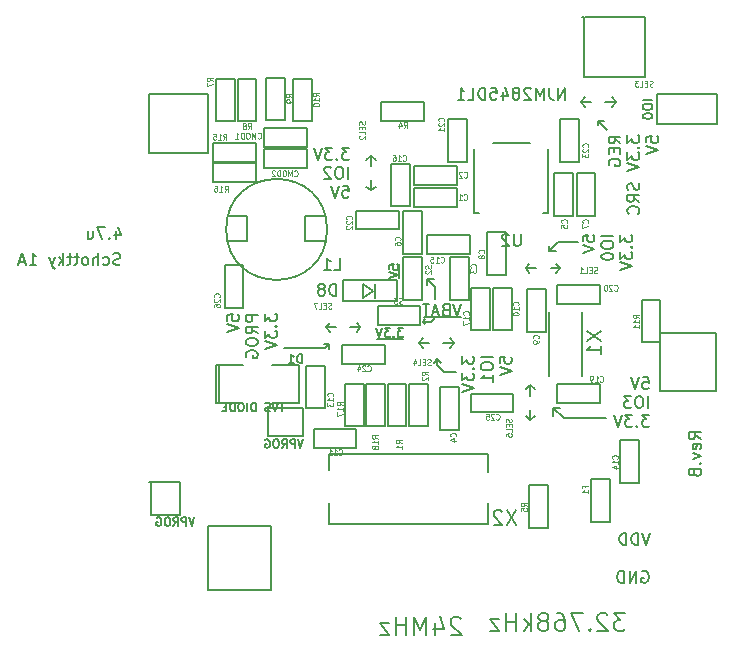
<source format=gbo>
G04 (created by PCBNEW (2013-07-07 BZR 4022)-stable) date 2015/09/29 23:49:40*
%MOIN*%
G04 Gerber Fmt 3.4, Leading zero omitted, Abs format*
%FSLAX34Y34*%
G01*
G70*
G90*
G04 APERTURE LIST*
%ADD10C,0.00393701*%
%ADD11C,0.00787402*%
%ADD12C,0.00629921*%
%ADD13C,0.00688976*%
%ADD14C,0.00590551*%
%ADD15C,0.005*%
%ADD16C,0.0045*%
G04 APERTURE END LIST*
G54D10*
G54D11*
X38149Y-29960D02*
X39370Y-29960D01*
X37322Y-28188D02*
X37322Y-28661D01*
X36574Y-30708D02*
X37440Y-30708D01*
X29055Y-36574D02*
X29055Y-35472D01*
X30000Y-36574D02*
X29055Y-36574D01*
X30000Y-35472D02*
X30000Y-36574D01*
X28976Y-35472D02*
X30000Y-35472D01*
X32952Y-33937D02*
X32952Y-32992D01*
X34094Y-33937D02*
X32952Y-33937D01*
X34094Y-32992D02*
X34094Y-33937D01*
X32952Y-32992D02*
X34094Y-32992D01*
G54D12*
X30492Y-36646D02*
X30400Y-36922D01*
X30308Y-36646D01*
X30216Y-36922D02*
X30216Y-36646D01*
X30111Y-36646D01*
X30085Y-36660D01*
X30072Y-36673D01*
X30059Y-36699D01*
X30059Y-36738D01*
X30072Y-36765D01*
X30085Y-36778D01*
X30111Y-36791D01*
X30216Y-36791D01*
X29783Y-36922D02*
X29875Y-36791D01*
X29940Y-36922D02*
X29940Y-36646D01*
X29835Y-36646D01*
X29809Y-36660D01*
X29796Y-36673D01*
X29783Y-36699D01*
X29783Y-36738D01*
X29796Y-36765D01*
X29809Y-36778D01*
X29835Y-36791D01*
X29940Y-36791D01*
X29612Y-36646D02*
X29560Y-36646D01*
X29534Y-36660D01*
X29507Y-36686D01*
X29494Y-36738D01*
X29494Y-36830D01*
X29507Y-36883D01*
X29534Y-36909D01*
X29560Y-36922D01*
X29612Y-36922D01*
X29639Y-36909D01*
X29665Y-36883D01*
X29678Y-36830D01*
X29678Y-36738D01*
X29665Y-36686D01*
X29639Y-36660D01*
X29612Y-36646D01*
X29232Y-36660D02*
X29258Y-36646D01*
X29297Y-36646D01*
X29337Y-36660D01*
X29363Y-36686D01*
X29376Y-36712D01*
X29389Y-36765D01*
X29389Y-36804D01*
X29376Y-36856D01*
X29363Y-36883D01*
X29337Y-36909D01*
X29297Y-36922D01*
X29271Y-36922D01*
X29232Y-36909D01*
X29219Y-36896D01*
X29219Y-36804D01*
X29271Y-36804D01*
X34114Y-34048D02*
X34022Y-34324D01*
X33930Y-34048D01*
X33838Y-34324D02*
X33838Y-34048D01*
X33733Y-34048D01*
X33707Y-34061D01*
X33694Y-34074D01*
X33681Y-34101D01*
X33681Y-34140D01*
X33694Y-34166D01*
X33707Y-34179D01*
X33733Y-34192D01*
X33838Y-34192D01*
X33405Y-34324D02*
X33497Y-34192D01*
X33562Y-34324D02*
X33562Y-34048D01*
X33458Y-34048D01*
X33431Y-34061D01*
X33418Y-34074D01*
X33405Y-34101D01*
X33405Y-34140D01*
X33418Y-34166D01*
X33431Y-34179D01*
X33458Y-34192D01*
X33562Y-34192D01*
X33234Y-34048D02*
X33182Y-34048D01*
X33156Y-34061D01*
X33129Y-34087D01*
X33116Y-34140D01*
X33116Y-34232D01*
X33129Y-34284D01*
X33156Y-34311D01*
X33182Y-34324D01*
X33234Y-34324D01*
X33261Y-34311D01*
X33287Y-34284D01*
X33300Y-34232D01*
X33300Y-34140D01*
X33287Y-34087D01*
X33261Y-34061D01*
X33234Y-34048D01*
X32854Y-34061D02*
X32880Y-34048D01*
X32919Y-34048D01*
X32959Y-34061D01*
X32985Y-34087D01*
X32998Y-34114D01*
X33011Y-34166D01*
X33011Y-34206D01*
X32998Y-34258D01*
X32985Y-34284D01*
X32959Y-34311D01*
X32919Y-34324D01*
X32893Y-34324D01*
X32854Y-34311D01*
X32841Y-34297D01*
X32841Y-34206D01*
X32893Y-34206D01*
G54D11*
X28976Y-24488D02*
X28976Y-22519D01*
X30944Y-24488D02*
X28976Y-24488D01*
X30944Y-22519D02*
X30944Y-24488D01*
X28976Y-22519D02*
X30944Y-22519D01*
X30944Y-39055D02*
X30944Y-36968D01*
X33031Y-39055D02*
X30944Y-39055D01*
X33031Y-36929D02*
X33031Y-39055D01*
X30944Y-36929D02*
X33031Y-36929D01*
X46023Y-32440D02*
X46023Y-30511D01*
X47874Y-32440D02*
X46023Y-32440D01*
X47874Y-30511D02*
X47874Y-32440D01*
X46023Y-30511D02*
X47874Y-30511D01*
X43464Y-19960D02*
X43425Y-19960D01*
X43464Y-21968D02*
X43464Y-19960D01*
X45511Y-21968D02*
X43464Y-21968D01*
X45511Y-19960D02*
X45511Y-21968D01*
X43503Y-19960D02*
X45511Y-19960D01*
G54D13*
X45757Y-22716D02*
X45442Y-22716D01*
X45442Y-22926D02*
X45442Y-22986D01*
X45457Y-23016D01*
X45487Y-23046D01*
X45547Y-23061D01*
X45652Y-23061D01*
X45712Y-23046D01*
X45742Y-23016D01*
X45757Y-22986D01*
X45757Y-22926D01*
X45742Y-22896D01*
X45712Y-22866D01*
X45652Y-22851D01*
X45547Y-22851D01*
X45487Y-22866D01*
X45457Y-22896D01*
X45442Y-22926D01*
X45442Y-23256D02*
X45442Y-23286D01*
X45457Y-23316D01*
X45472Y-23331D01*
X45502Y-23346D01*
X45562Y-23361D01*
X45637Y-23361D01*
X45697Y-23346D01*
X45727Y-23331D01*
X45742Y-23316D01*
X45757Y-23286D01*
X45757Y-23256D01*
X45742Y-23226D01*
X45727Y-23211D01*
X45697Y-23196D01*
X45637Y-23181D01*
X45562Y-23181D01*
X45502Y-23196D01*
X45472Y-23211D01*
X45457Y-23226D01*
X45442Y-23256D01*
G54D11*
X45905Y-22519D02*
X45944Y-22519D01*
X45905Y-23543D02*
X45905Y-22519D01*
X45984Y-23543D02*
X45905Y-23543D01*
X47913Y-23543D02*
X45984Y-23543D01*
X47913Y-22519D02*
X47913Y-23543D01*
X45944Y-22519D02*
X47913Y-22519D01*
X47364Y-34040D02*
X47176Y-33908D01*
X47364Y-33815D02*
X46970Y-33815D01*
X46970Y-33965D01*
X46989Y-34002D01*
X47007Y-34021D01*
X47045Y-34040D01*
X47101Y-34040D01*
X47139Y-34021D01*
X47157Y-34002D01*
X47176Y-33965D01*
X47176Y-33815D01*
X47345Y-34358D02*
X47364Y-34321D01*
X47364Y-34246D01*
X47345Y-34208D01*
X47307Y-34190D01*
X47157Y-34190D01*
X47120Y-34208D01*
X47101Y-34246D01*
X47101Y-34321D01*
X47120Y-34358D01*
X47157Y-34377D01*
X47195Y-34377D01*
X47232Y-34190D01*
X47101Y-34508D02*
X47364Y-34602D01*
X47101Y-34696D01*
X47326Y-34846D02*
X47345Y-34865D01*
X47364Y-34846D01*
X47345Y-34827D01*
X47326Y-34846D01*
X47364Y-34846D01*
X47157Y-35164D02*
X47176Y-35221D01*
X47195Y-35239D01*
X47232Y-35258D01*
X47289Y-35258D01*
X47326Y-35239D01*
X47345Y-35221D01*
X47364Y-35183D01*
X47364Y-35033D01*
X46970Y-35033D01*
X46970Y-35164D01*
X46989Y-35202D01*
X47007Y-35221D01*
X47045Y-35239D01*
X47082Y-35239D01*
X47120Y-35221D01*
X47139Y-35202D01*
X47157Y-35164D01*
X47157Y-35033D01*
X45671Y-37167D02*
X45539Y-37560D01*
X45408Y-37167D01*
X45277Y-37560D02*
X45277Y-37167D01*
X45183Y-37167D01*
X45127Y-37185D01*
X45089Y-37223D01*
X45071Y-37260D01*
X45052Y-37335D01*
X45052Y-37392D01*
X45071Y-37467D01*
X45089Y-37504D01*
X45127Y-37542D01*
X45183Y-37560D01*
X45277Y-37560D01*
X44883Y-37560D02*
X44883Y-37167D01*
X44790Y-37167D01*
X44733Y-37185D01*
X44696Y-37223D01*
X44677Y-37260D01*
X44658Y-37335D01*
X44658Y-37392D01*
X44677Y-37467D01*
X44696Y-37504D01*
X44733Y-37542D01*
X44790Y-37560D01*
X44883Y-37560D01*
X45408Y-38445D02*
X45446Y-38427D01*
X45502Y-38427D01*
X45558Y-38445D01*
X45596Y-38483D01*
X45614Y-38520D01*
X45633Y-38595D01*
X45633Y-38652D01*
X45614Y-38727D01*
X45596Y-38764D01*
X45558Y-38802D01*
X45502Y-38820D01*
X45464Y-38820D01*
X45408Y-38802D01*
X45389Y-38783D01*
X45389Y-38652D01*
X45464Y-38652D01*
X45221Y-38820D02*
X45221Y-38427D01*
X44996Y-38820D01*
X44996Y-38427D01*
X44808Y-38820D02*
X44808Y-38427D01*
X44715Y-38427D01*
X44658Y-38445D01*
X44621Y-38483D01*
X44602Y-38520D01*
X44583Y-38595D01*
X44583Y-38652D01*
X44602Y-38727D01*
X44621Y-38764D01*
X44658Y-38802D01*
X44715Y-38820D01*
X44808Y-38820D01*
X43937Y-23425D02*
X43937Y-23582D01*
X43937Y-23425D02*
X44133Y-23425D01*
X44251Y-23740D02*
X43937Y-23425D01*
X44686Y-24176D02*
X44499Y-24045D01*
X44686Y-23952D02*
X44293Y-23952D01*
X44293Y-24101D01*
X44311Y-24139D01*
X44330Y-24158D01*
X44368Y-24176D01*
X44424Y-24176D01*
X44461Y-24158D01*
X44480Y-24139D01*
X44499Y-24101D01*
X44499Y-23952D01*
X44480Y-24345D02*
X44480Y-24476D01*
X44686Y-24533D02*
X44686Y-24345D01*
X44293Y-24345D01*
X44293Y-24533D01*
X44311Y-24908D02*
X44293Y-24870D01*
X44293Y-24814D01*
X44311Y-24758D01*
X44349Y-24720D01*
X44386Y-24701D01*
X44461Y-24683D01*
X44518Y-24683D01*
X44593Y-24701D01*
X44630Y-24720D01*
X44668Y-24758D01*
X44686Y-24814D01*
X44686Y-24851D01*
X44668Y-24908D01*
X44649Y-24926D01*
X44518Y-24926D01*
X44518Y-24851D01*
X44923Y-23914D02*
X44923Y-24158D01*
X45073Y-24026D01*
X45073Y-24083D01*
X45091Y-24120D01*
X45110Y-24139D01*
X45148Y-24158D01*
X45241Y-24158D01*
X45279Y-24139D01*
X45298Y-24120D01*
X45316Y-24083D01*
X45316Y-23970D01*
X45298Y-23933D01*
X45279Y-23914D01*
X45279Y-24326D02*
X45298Y-24345D01*
X45316Y-24326D01*
X45298Y-24308D01*
X45279Y-24326D01*
X45316Y-24326D01*
X44923Y-24476D02*
X44923Y-24720D01*
X45073Y-24589D01*
X45073Y-24645D01*
X45091Y-24683D01*
X45110Y-24701D01*
X45148Y-24720D01*
X45241Y-24720D01*
X45279Y-24701D01*
X45298Y-24683D01*
X45316Y-24645D01*
X45316Y-24533D01*
X45298Y-24495D01*
X45279Y-24476D01*
X44923Y-24833D02*
X45316Y-24964D01*
X44923Y-25095D01*
X45298Y-25508D02*
X45316Y-25564D01*
X45316Y-25658D01*
X45298Y-25695D01*
X45279Y-25714D01*
X45241Y-25733D01*
X45204Y-25733D01*
X45166Y-25714D01*
X45148Y-25695D01*
X45129Y-25658D01*
X45110Y-25583D01*
X45091Y-25545D01*
X45073Y-25526D01*
X45035Y-25508D01*
X44998Y-25508D01*
X44960Y-25526D01*
X44941Y-25545D01*
X44923Y-25583D01*
X44923Y-25676D01*
X44941Y-25733D01*
X45316Y-26126D02*
X45129Y-25995D01*
X45316Y-25901D02*
X44923Y-25901D01*
X44923Y-26051D01*
X44941Y-26089D01*
X44960Y-26107D01*
X44998Y-26126D01*
X45054Y-26126D01*
X45091Y-26107D01*
X45110Y-26089D01*
X45129Y-26051D01*
X45129Y-25901D01*
X45279Y-26520D02*
X45298Y-26501D01*
X45316Y-26445D01*
X45316Y-26407D01*
X45298Y-26351D01*
X45260Y-26314D01*
X45223Y-26295D01*
X45148Y-26276D01*
X45091Y-26276D01*
X45016Y-26295D01*
X44979Y-26314D01*
X44941Y-26351D01*
X44923Y-26407D01*
X44923Y-26445D01*
X44941Y-26501D01*
X44960Y-26520D01*
X45553Y-24139D02*
X45553Y-23952D01*
X45740Y-23933D01*
X45721Y-23952D01*
X45703Y-23989D01*
X45703Y-24083D01*
X45721Y-24120D01*
X45740Y-24139D01*
X45778Y-24158D01*
X45871Y-24158D01*
X45909Y-24139D01*
X45928Y-24120D01*
X45946Y-24083D01*
X45946Y-23989D01*
X45928Y-23952D01*
X45909Y-23933D01*
X45553Y-24270D02*
X45946Y-24401D01*
X45553Y-24533D01*
X34960Y-30866D02*
X34803Y-30866D01*
X34960Y-30866D02*
X34960Y-31023D01*
X34842Y-30984D02*
X34960Y-30866D01*
X33464Y-30984D02*
X34842Y-30984D01*
X31576Y-30084D02*
X31576Y-29896D01*
X31764Y-29878D01*
X31745Y-29896D01*
X31726Y-29934D01*
X31726Y-30028D01*
X31745Y-30065D01*
X31764Y-30084D01*
X31801Y-30103D01*
X31895Y-30103D01*
X31932Y-30084D01*
X31951Y-30065D01*
X31970Y-30028D01*
X31970Y-29934D01*
X31951Y-29896D01*
X31932Y-29878D01*
X31576Y-30215D02*
X31970Y-30346D01*
X31576Y-30478D01*
X32600Y-29896D02*
X32206Y-29896D01*
X32206Y-30046D01*
X32225Y-30084D01*
X32244Y-30103D01*
X32281Y-30121D01*
X32337Y-30121D01*
X32375Y-30103D01*
X32394Y-30084D01*
X32412Y-30046D01*
X32412Y-29896D01*
X32600Y-30515D02*
X32412Y-30384D01*
X32600Y-30290D02*
X32206Y-30290D01*
X32206Y-30440D01*
X32225Y-30478D01*
X32244Y-30496D01*
X32281Y-30515D01*
X32337Y-30515D01*
X32375Y-30496D01*
X32394Y-30478D01*
X32412Y-30440D01*
X32412Y-30290D01*
X32206Y-30759D02*
X32206Y-30834D01*
X32225Y-30871D01*
X32262Y-30909D01*
X32337Y-30928D01*
X32469Y-30928D01*
X32544Y-30909D01*
X32581Y-30871D01*
X32600Y-30834D01*
X32600Y-30759D01*
X32581Y-30721D01*
X32544Y-30684D01*
X32469Y-30665D01*
X32337Y-30665D01*
X32262Y-30684D01*
X32225Y-30721D01*
X32206Y-30759D01*
X32225Y-31302D02*
X32206Y-31265D01*
X32206Y-31209D01*
X32225Y-31152D01*
X32262Y-31115D01*
X32300Y-31096D01*
X32375Y-31077D01*
X32431Y-31077D01*
X32506Y-31096D01*
X32544Y-31115D01*
X32581Y-31152D01*
X32600Y-31209D01*
X32600Y-31246D01*
X32581Y-31302D01*
X32562Y-31321D01*
X32431Y-31321D01*
X32431Y-31246D01*
X32836Y-29859D02*
X32836Y-30103D01*
X32986Y-29971D01*
X32986Y-30028D01*
X33005Y-30065D01*
X33023Y-30084D01*
X33061Y-30103D01*
X33155Y-30103D01*
X33192Y-30084D01*
X33211Y-30065D01*
X33230Y-30028D01*
X33230Y-29915D01*
X33211Y-29878D01*
X33192Y-29859D01*
X33192Y-30271D02*
X33211Y-30290D01*
X33230Y-30271D01*
X33211Y-30253D01*
X33192Y-30271D01*
X33230Y-30271D01*
X32836Y-30421D02*
X32836Y-30665D01*
X32986Y-30534D01*
X32986Y-30590D01*
X33005Y-30628D01*
X33023Y-30646D01*
X33061Y-30665D01*
X33155Y-30665D01*
X33192Y-30646D01*
X33211Y-30628D01*
X33230Y-30590D01*
X33230Y-30478D01*
X33211Y-30440D01*
X33192Y-30421D01*
X32836Y-30778D02*
X33230Y-30909D01*
X32836Y-31040D01*
G54D13*
X36989Y-28368D02*
X36989Y-28228D01*
X37130Y-28214D01*
X37116Y-28228D01*
X37102Y-28256D01*
X37102Y-28326D01*
X37116Y-28354D01*
X37130Y-28368D01*
X37158Y-28383D01*
X37228Y-28383D01*
X37256Y-28368D01*
X37270Y-28354D01*
X37284Y-28326D01*
X37284Y-28256D01*
X37270Y-28228D01*
X37256Y-28214D01*
X36989Y-28467D02*
X37284Y-28565D01*
X36989Y-28664D01*
X37443Y-30336D02*
X37260Y-30336D01*
X37359Y-30448D01*
X37317Y-30448D01*
X37289Y-30462D01*
X37275Y-30476D01*
X37260Y-30504D01*
X37260Y-30575D01*
X37275Y-30603D01*
X37289Y-30617D01*
X37317Y-30631D01*
X37401Y-30631D01*
X37429Y-30617D01*
X37443Y-30603D01*
X37134Y-30603D02*
X37120Y-30617D01*
X37134Y-30631D01*
X37148Y-30617D01*
X37134Y-30603D01*
X37134Y-30631D01*
X37021Y-30336D02*
X36839Y-30336D01*
X36937Y-30448D01*
X36895Y-30448D01*
X36867Y-30462D01*
X36853Y-30476D01*
X36839Y-30504D01*
X36839Y-30575D01*
X36853Y-30603D01*
X36867Y-30617D01*
X36895Y-30631D01*
X36979Y-30631D01*
X37007Y-30617D01*
X37021Y-30603D01*
X36754Y-30336D02*
X36656Y-30631D01*
X36557Y-30336D01*
G54D11*
X38110Y-30118D02*
X38188Y-30196D01*
X38110Y-30118D02*
X38188Y-30039D01*
X38385Y-30118D02*
X38110Y-30118D01*
X38503Y-30000D02*
X38385Y-30118D01*
X38228Y-28700D02*
X38228Y-28897D01*
X38228Y-28700D02*
X38464Y-28700D01*
X38503Y-28976D02*
X38228Y-28700D01*
X38503Y-29370D02*
X38503Y-28976D01*
X39386Y-29529D02*
X39255Y-29923D01*
X39124Y-29529D01*
X38862Y-29716D02*
X38805Y-29735D01*
X38787Y-29754D01*
X38768Y-29791D01*
X38768Y-29848D01*
X38787Y-29885D01*
X38805Y-29904D01*
X38843Y-29923D01*
X38993Y-29923D01*
X38993Y-29529D01*
X38862Y-29529D01*
X38824Y-29548D01*
X38805Y-29566D01*
X38787Y-29604D01*
X38787Y-29641D01*
X38805Y-29679D01*
X38824Y-29698D01*
X38862Y-29716D01*
X38993Y-29716D01*
X38618Y-29810D02*
X38430Y-29810D01*
X38655Y-29923D02*
X38524Y-29529D01*
X38393Y-29923D01*
X38318Y-29529D02*
X38093Y-29529D01*
X38205Y-29923D02*
X38205Y-29529D01*
X42440Y-32992D02*
X42677Y-32992D01*
X42440Y-32992D02*
X42440Y-33267D01*
X42795Y-33346D02*
X42440Y-32992D01*
X44212Y-33346D02*
X42795Y-33346D01*
X45427Y-31970D02*
X45614Y-31970D01*
X45633Y-32157D01*
X45614Y-32139D01*
X45577Y-32120D01*
X45483Y-32120D01*
X45446Y-32139D01*
X45427Y-32157D01*
X45408Y-32195D01*
X45408Y-32289D01*
X45427Y-32326D01*
X45446Y-32345D01*
X45483Y-32364D01*
X45577Y-32364D01*
X45614Y-32345D01*
X45633Y-32326D01*
X45296Y-31970D02*
X45164Y-32364D01*
X45033Y-31970D01*
X45614Y-32994D02*
X45614Y-32600D01*
X45352Y-32600D02*
X45277Y-32600D01*
X45239Y-32619D01*
X45202Y-32656D01*
X45183Y-32731D01*
X45183Y-32862D01*
X45202Y-32937D01*
X45239Y-32975D01*
X45277Y-32994D01*
X45352Y-32994D01*
X45389Y-32975D01*
X45427Y-32937D01*
X45446Y-32862D01*
X45446Y-32731D01*
X45427Y-32656D01*
X45389Y-32619D01*
X45352Y-32600D01*
X45052Y-32600D02*
X44808Y-32600D01*
X44940Y-32750D01*
X44883Y-32750D01*
X44846Y-32769D01*
X44827Y-32787D01*
X44808Y-32825D01*
X44808Y-32919D01*
X44827Y-32956D01*
X44846Y-32975D01*
X44883Y-32994D01*
X44996Y-32994D01*
X45033Y-32975D01*
X45052Y-32956D01*
X45652Y-33230D02*
X45408Y-33230D01*
X45539Y-33380D01*
X45483Y-33380D01*
X45446Y-33398D01*
X45427Y-33417D01*
X45408Y-33455D01*
X45408Y-33548D01*
X45427Y-33586D01*
X45446Y-33605D01*
X45483Y-33623D01*
X45596Y-33623D01*
X45633Y-33605D01*
X45652Y-33586D01*
X45239Y-33586D02*
X45221Y-33605D01*
X45239Y-33623D01*
X45258Y-33605D01*
X45239Y-33586D01*
X45239Y-33623D01*
X45089Y-33230D02*
X44846Y-33230D01*
X44977Y-33380D01*
X44921Y-33380D01*
X44883Y-33398D01*
X44865Y-33417D01*
X44846Y-33455D01*
X44846Y-33548D01*
X44865Y-33586D01*
X44883Y-33605D01*
X44921Y-33623D01*
X45033Y-33623D01*
X45071Y-33605D01*
X45089Y-33586D01*
X44733Y-33230D02*
X44602Y-33623D01*
X44471Y-33230D01*
X38582Y-31377D02*
X38464Y-31496D01*
X38582Y-31377D02*
X38700Y-31496D01*
X38582Y-31574D02*
X38582Y-31377D01*
X38818Y-31811D02*
X38582Y-31574D01*
X39212Y-31811D02*
X38818Y-31811D01*
X39411Y-31276D02*
X39411Y-31520D01*
X39561Y-31389D01*
X39561Y-31445D01*
X39580Y-31482D01*
X39598Y-31501D01*
X39636Y-31520D01*
X39730Y-31520D01*
X39767Y-31501D01*
X39786Y-31482D01*
X39805Y-31445D01*
X39805Y-31332D01*
X39786Y-31295D01*
X39767Y-31276D01*
X39767Y-31689D02*
X39786Y-31707D01*
X39805Y-31689D01*
X39786Y-31670D01*
X39767Y-31689D01*
X39805Y-31689D01*
X39411Y-31839D02*
X39411Y-32082D01*
X39561Y-31951D01*
X39561Y-32007D01*
X39580Y-32045D01*
X39598Y-32064D01*
X39636Y-32082D01*
X39730Y-32082D01*
X39767Y-32064D01*
X39786Y-32045D01*
X39805Y-32007D01*
X39805Y-31895D01*
X39786Y-31857D01*
X39767Y-31839D01*
X39411Y-32195D02*
X39805Y-32326D01*
X39411Y-32457D01*
X40434Y-31314D02*
X40041Y-31314D01*
X40041Y-31576D02*
X40041Y-31651D01*
X40059Y-31689D01*
X40097Y-31726D01*
X40172Y-31745D01*
X40303Y-31745D01*
X40378Y-31726D01*
X40416Y-31689D01*
X40434Y-31651D01*
X40434Y-31576D01*
X40416Y-31539D01*
X40378Y-31501D01*
X40303Y-31482D01*
X40172Y-31482D01*
X40097Y-31501D01*
X40059Y-31539D01*
X40041Y-31576D01*
X40434Y-32120D02*
X40434Y-31895D01*
X40434Y-32007D02*
X40041Y-32007D01*
X40097Y-31970D01*
X40134Y-31932D01*
X40153Y-31895D01*
X40671Y-31501D02*
X40671Y-31314D01*
X40858Y-31295D01*
X40839Y-31314D01*
X40821Y-31351D01*
X40821Y-31445D01*
X40839Y-31482D01*
X40858Y-31501D01*
X40896Y-31520D01*
X40989Y-31520D01*
X41027Y-31501D01*
X41046Y-31482D01*
X41064Y-31445D01*
X41064Y-31351D01*
X41046Y-31314D01*
X41027Y-31295D01*
X40671Y-31632D02*
X41064Y-31764D01*
X40671Y-31895D01*
X35652Y-24332D02*
X35408Y-24332D01*
X35539Y-24482D01*
X35483Y-24482D01*
X35446Y-24501D01*
X35427Y-24520D01*
X35408Y-24557D01*
X35408Y-24651D01*
X35427Y-24688D01*
X35446Y-24707D01*
X35483Y-24726D01*
X35596Y-24726D01*
X35633Y-24707D01*
X35652Y-24688D01*
X35239Y-24688D02*
X35221Y-24707D01*
X35239Y-24726D01*
X35258Y-24707D01*
X35239Y-24688D01*
X35239Y-24726D01*
X35089Y-24332D02*
X34846Y-24332D01*
X34977Y-24482D01*
X34921Y-24482D01*
X34883Y-24501D01*
X34865Y-24520D01*
X34846Y-24557D01*
X34846Y-24651D01*
X34865Y-24688D01*
X34883Y-24707D01*
X34921Y-24726D01*
X35033Y-24726D01*
X35071Y-24707D01*
X35089Y-24688D01*
X34733Y-24332D02*
X34602Y-24726D01*
X34471Y-24332D01*
X35614Y-25356D02*
X35614Y-24962D01*
X35352Y-24962D02*
X35277Y-24962D01*
X35239Y-24981D01*
X35202Y-25018D01*
X35183Y-25093D01*
X35183Y-25224D01*
X35202Y-25299D01*
X35239Y-25337D01*
X35277Y-25356D01*
X35352Y-25356D01*
X35389Y-25337D01*
X35427Y-25299D01*
X35446Y-25224D01*
X35446Y-25093D01*
X35427Y-25018D01*
X35389Y-24981D01*
X35352Y-24962D01*
X35033Y-25000D02*
X35014Y-24981D01*
X34977Y-24962D01*
X34883Y-24962D01*
X34846Y-24981D01*
X34827Y-25000D01*
X34808Y-25037D01*
X34808Y-25074D01*
X34827Y-25131D01*
X35052Y-25356D01*
X34808Y-25356D01*
X35427Y-25592D02*
X35614Y-25592D01*
X35633Y-25779D01*
X35614Y-25761D01*
X35577Y-25742D01*
X35483Y-25742D01*
X35446Y-25761D01*
X35427Y-25779D01*
X35408Y-25817D01*
X35408Y-25911D01*
X35427Y-25948D01*
X35446Y-25967D01*
X35483Y-25986D01*
X35577Y-25986D01*
X35614Y-25967D01*
X35633Y-25948D01*
X35296Y-25592D02*
X35164Y-25986D01*
X35033Y-25592D01*
X42322Y-27755D02*
X42322Y-27598D01*
X42322Y-27755D02*
X42559Y-27755D01*
X42598Y-27480D02*
X42322Y-27755D01*
X43267Y-27480D02*
X42598Y-27480D01*
X43427Y-27446D02*
X43427Y-27259D01*
X43614Y-27240D01*
X43595Y-27259D01*
X43577Y-27296D01*
X43577Y-27390D01*
X43595Y-27427D01*
X43614Y-27446D01*
X43652Y-27465D01*
X43745Y-27465D01*
X43783Y-27446D01*
X43802Y-27427D01*
X43820Y-27390D01*
X43820Y-27296D01*
X43802Y-27259D01*
X43783Y-27240D01*
X43427Y-27577D02*
X43820Y-27709D01*
X43427Y-27840D01*
X44450Y-27259D02*
X44056Y-27259D01*
X44056Y-27521D02*
X44056Y-27596D01*
X44075Y-27634D01*
X44113Y-27671D01*
X44188Y-27690D01*
X44319Y-27690D01*
X44394Y-27671D01*
X44431Y-27634D01*
X44450Y-27596D01*
X44450Y-27521D01*
X44431Y-27484D01*
X44394Y-27446D01*
X44319Y-27427D01*
X44188Y-27427D01*
X44113Y-27446D01*
X44075Y-27484D01*
X44056Y-27521D01*
X44056Y-27934D02*
X44056Y-27971D01*
X44075Y-28008D01*
X44094Y-28027D01*
X44131Y-28046D01*
X44206Y-28065D01*
X44300Y-28065D01*
X44375Y-28046D01*
X44413Y-28027D01*
X44431Y-28008D01*
X44450Y-27971D01*
X44450Y-27934D01*
X44431Y-27896D01*
X44413Y-27877D01*
X44375Y-27859D01*
X44300Y-27840D01*
X44206Y-27840D01*
X44131Y-27859D01*
X44094Y-27877D01*
X44075Y-27896D01*
X44056Y-27934D01*
X44686Y-27221D02*
X44686Y-27465D01*
X44836Y-27334D01*
X44836Y-27390D01*
X44855Y-27427D01*
X44874Y-27446D01*
X44911Y-27465D01*
X45005Y-27465D01*
X45043Y-27446D01*
X45061Y-27427D01*
X45080Y-27390D01*
X45080Y-27277D01*
X45061Y-27240D01*
X45043Y-27221D01*
X45043Y-27634D02*
X45061Y-27652D01*
X45080Y-27634D01*
X45061Y-27615D01*
X45043Y-27634D01*
X45080Y-27634D01*
X44686Y-27784D02*
X44686Y-28027D01*
X44836Y-27896D01*
X44836Y-27952D01*
X44855Y-27990D01*
X44874Y-28008D01*
X44911Y-28027D01*
X45005Y-28027D01*
X45043Y-28008D01*
X45061Y-27990D01*
X45080Y-27952D01*
X45080Y-27840D01*
X45061Y-27802D01*
X45043Y-27784D01*
X44686Y-28140D02*
X45080Y-28271D01*
X44686Y-28402D01*
G54D14*
X42283Y-26496D02*
X42283Y-24370D01*
X41692Y-24173D02*
X40433Y-24173D01*
X42125Y-26496D02*
X42283Y-26496D01*
X39803Y-24370D02*
X39803Y-26496D01*
X39803Y-26496D02*
X39960Y-26496D01*
X36496Y-29330D02*
X36496Y-28858D01*
X36456Y-29094D02*
X36102Y-28858D01*
X36102Y-29330D02*
X36456Y-29094D01*
X36102Y-29330D02*
X36102Y-28858D01*
X35433Y-29448D02*
X37244Y-29448D01*
X37244Y-29448D02*
X37244Y-28740D01*
X37244Y-28740D02*
X35433Y-28740D01*
X35433Y-28740D02*
X35433Y-29448D01*
X31299Y-32834D02*
X31299Y-31574D01*
X33976Y-32834D02*
X33976Y-31574D01*
X31220Y-32834D02*
X31220Y-31574D01*
X33069Y-31572D02*
X33969Y-31572D01*
X33969Y-32836D02*
X33069Y-32836D01*
X32125Y-32834D02*
X31220Y-32834D01*
X31220Y-31574D02*
X32125Y-31574D01*
X39133Y-30826D02*
X39015Y-30669D01*
X38779Y-30826D02*
X39133Y-30826D01*
X39133Y-30826D02*
X39015Y-30984D01*
X37992Y-30826D02*
X38110Y-30669D01*
X38307Y-30826D02*
X37992Y-30826D01*
X37992Y-30826D02*
X38110Y-30984D01*
X41692Y-32244D02*
X41535Y-32362D01*
X41692Y-32598D02*
X41692Y-32244D01*
X41692Y-32244D02*
X41850Y-32362D01*
X41692Y-33385D02*
X41535Y-33267D01*
X41692Y-33070D02*
X41692Y-33385D01*
X41692Y-33385D02*
X41850Y-33267D01*
X36377Y-25748D02*
X36535Y-25629D01*
X36377Y-25393D02*
X36377Y-25748D01*
X36377Y-25748D02*
X36220Y-25629D01*
X36377Y-24606D02*
X36535Y-24724D01*
X36377Y-24921D02*
X36377Y-24606D01*
X36377Y-24606D02*
X36220Y-24724D01*
X41535Y-28346D02*
X41653Y-28503D01*
X41889Y-28346D02*
X41535Y-28346D01*
X41535Y-28346D02*
X41653Y-28188D01*
X42677Y-28346D02*
X42559Y-28503D01*
X42362Y-28346D02*
X42677Y-28346D01*
X42677Y-28346D02*
X42559Y-28188D01*
X36023Y-30314D02*
X35905Y-30157D01*
X35669Y-30314D02*
X36023Y-30314D01*
X36023Y-30314D02*
X35905Y-30472D01*
X34881Y-30314D02*
X35000Y-30157D01*
X35196Y-30314D02*
X34881Y-30314D01*
X34881Y-30314D02*
X35000Y-30472D01*
X44527Y-22795D02*
X44409Y-22637D01*
X44173Y-22795D02*
X44527Y-22795D01*
X44527Y-22795D02*
X44409Y-22952D01*
X43385Y-22795D02*
X43503Y-22637D01*
X43700Y-22795D02*
X43385Y-22795D01*
X43385Y-22795D02*
X43503Y-22952D01*
X41122Y-32519D02*
X39704Y-32519D01*
X39704Y-32519D02*
X39704Y-33149D01*
X39704Y-33149D02*
X41122Y-33149D01*
X41122Y-33149D02*
X41122Y-32519D01*
X36830Y-30905D02*
X35413Y-30905D01*
X35413Y-30905D02*
X35413Y-31535D01*
X35413Y-31535D02*
X36830Y-31535D01*
X36830Y-31535D02*
X36830Y-30905D01*
X35885Y-33700D02*
X34468Y-33700D01*
X34468Y-33700D02*
X34468Y-34330D01*
X34468Y-34330D02*
X35885Y-34330D01*
X35885Y-34330D02*
X35885Y-33700D01*
X35885Y-27047D02*
X37303Y-27047D01*
X37303Y-27047D02*
X37303Y-26417D01*
X37303Y-26417D02*
X35885Y-26417D01*
X35885Y-26417D02*
X35885Y-27047D01*
X38070Y-27854D02*
X38070Y-26437D01*
X38070Y-26437D02*
X37440Y-26437D01*
X37440Y-26437D02*
X37440Y-27854D01*
X37440Y-27854D02*
X38070Y-27854D01*
X31496Y-28248D02*
X31496Y-29665D01*
X31496Y-29665D02*
X32125Y-29665D01*
X32125Y-29665D02*
X32125Y-28248D01*
X32125Y-28248D02*
X31496Y-28248D01*
X32874Y-21988D02*
X32874Y-23405D01*
X32874Y-23405D02*
X33503Y-23405D01*
X33503Y-23405D02*
X33503Y-21988D01*
X33503Y-21988D02*
X32874Y-21988D01*
X33779Y-22027D02*
X33779Y-23444D01*
X33779Y-23444D02*
X34409Y-23444D01*
X34409Y-23444D02*
X34409Y-22027D01*
X34409Y-22027D02*
X33779Y-22027D01*
X39015Y-27972D02*
X39015Y-29389D01*
X39015Y-29389D02*
X39645Y-29389D01*
X39645Y-29389D02*
X39645Y-27972D01*
X39645Y-27972D02*
X39015Y-27972D01*
X45314Y-35492D02*
X45314Y-34074D01*
X45314Y-34074D02*
X44685Y-34074D01*
X44685Y-34074D02*
X44685Y-35492D01*
X44685Y-35492D02*
X45314Y-35492D01*
X44330Y-36791D02*
X44330Y-35374D01*
X44330Y-35374D02*
X43700Y-35374D01*
X43700Y-35374D02*
X43700Y-36791D01*
X43700Y-36791D02*
X44330Y-36791D01*
X37637Y-32185D02*
X37637Y-33602D01*
X37637Y-33602D02*
X38267Y-33602D01*
X38267Y-33602D02*
X38267Y-32185D01*
X38267Y-32185D02*
X37637Y-32185D01*
X36929Y-32185D02*
X36929Y-33602D01*
X36929Y-33602D02*
X37559Y-33602D01*
X37559Y-33602D02*
X37559Y-32185D01*
X37559Y-32185D02*
X36929Y-32185D01*
X34212Y-31594D02*
X34212Y-33011D01*
X34212Y-33011D02*
X34842Y-33011D01*
X34842Y-33011D02*
X34842Y-31594D01*
X34842Y-31594D02*
X34212Y-31594D01*
X32814Y-25000D02*
X34232Y-25000D01*
X34232Y-25000D02*
X34232Y-24370D01*
X34232Y-24370D02*
X32814Y-24370D01*
X32814Y-24370D02*
X32814Y-25000D01*
X32814Y-24291D02*
X34232Y-24291D01*
X34232Y-24291D02*
X34232Y-23661D01*
X34232Y-23661D02*
X32814Y-23661D01*
X32814Y-23661D02*
X32814Y-24291D01*
X38685Y-32311D02*
X38685Y-33728D01*
X38685Y-33728D02*
X39314Y-33728D01*
X39314Y-33728D02*
X39314Y-32311D01*
X39314Y-32311D02*
X38685Y-32311D01*
X43858Y-26594D02*
X43858Y-25177D01*
X43858Y-25177D02*
X43228Y-25177D01*
X43228Y-25177D02*
X43228Y-26594D01*
X43228Y-26594D02*
X43858Y-26594D01*
X43110Y-26594D02*
X43110Y-25177D01*
X43110Y-25177D02*
X42480Y-25177D01*
X42480Y-25177D02*
X42480Y-26594D01*
X42480Y-26594D02*
X43110Y-26594D01*
X40866Y-28562D02*
X40866Y-27145D01*
X40866Y-27145D02*
X40236Y-27145D01*
X40236Y-27145D02*
X40236Y-28562D01*
X40236Y-28562D02*
X40866Y-28562D01*
X39724Y-28996D02*
X39724Y-30413D01*
X39724Y-30413D02*
X40354Y-30413D01*
X40354Y-30413D02*
X40354Y-28996D01*
X40354Y-28996D02*
X39724Y-28996D01*
X40433Y-28996D02*
X40433Y-30413D01*
X40433Y-30413D02*
X41062Y-30413D01*
X41062Y-30413D02*
X41062Y-28996D01*
X41062Y-28996D02*
X40433Y-28996D01*
X41574Y-29035D02*
X41574Y-30452D01*
X41574Y-30452D02*
X42204Y-30452D01*
X42204Y-30452D02*
X42204Y-29035D01*
X42204Y-29035D02*
X41574Y-29035D01*
X39665Y-27244D02*
X38248Y-27244D01*
X38248Y-27244D02*
X38248Y-27874D01*
X38248Y-27874D02*
X39665Y-27874D01*
X39665Y-27874D02*
X39665Y-27244D01*
X37677Y-26279D02*
X37677Y-24862D01*
X37677Y-24862D02*
X37047Y-24862D01*
X37047Y-24862D02*
X37047Y-26279D01*
X37047Y-26279D02*
X37677Y-26279D01*
X37814Y-26299D02*
X39232Y-26299D01*
X39232Y-26299D02*
X39232Y-25669D01*
X39232Y-25669D02*
X37814Y-25669D01*
X37814Y-25669D02*
X37814Y-26299D01*
X38129Y-22795D02*
X36712Y-22795D01*
X36712Y-22795D02*
X36712Y-23425D01*
X36712Y-23425D02*
X38129Y-23425D01*
X38129Y-23425D02*
X38129Y-22795D01*
X38937Y-23366D02*
X38937Y-24783D01*
X38937Y-24783D02*
X39566Y-24783D01*
X39566Y-24783D02*
X39566Y-23366D01*
X39566Y-23366D02*
X38937Y-23366D01*
X37814Y-25551D02*
X39232Y-25551D01*
X39232Y-25551D02*
X39232Y-24921D01*
X39232Y-24921D02*
X37814Y-24921D01*
X37814Y-24921D02*
X37814Y-25551D01*
X42677Y-23366D02*
X42677Y-24783D01*
X42677Y-24783D02*
X43307Y-24783D01*
X43307Y-24783D02*
X43307Y-23366D01*
X43307Y-23366D02*
X42677Y-23366D01*
X31929Y-22027D02*
X31929Y-23444D01*
X31929Y-23444D02*
X32559Y-23444D01*
X32559Y-23444D02*
X32559Y-22027D01*
X32559Y-22027D02*
X31929Y-22027D01*
X31220Y-22027D02*
X31220Y-23444D01*
X31220Y-23444D02*
X31850Y-23444D01*
X31850Y-23444D02*
X31850Y-22027D01*
X31850Y-22027D02*
X31220Y-22027D01*
X42578Y-29527D02*
X43996Y-29527D01*
X43996Y-29527D02*
X43996Y-28897D01*
X43996Y-28897D02*
X42578Y-28897D01*
X42578Y-28897D02*
X42578Y-29527D01*
X42578Y-32834D02*
X43996Y-32834D01*
X43996Y-32834D02*
X43996Y-32204D01*
X43996Y-32204D02*
X42578Y-32204D01*
X42578Y-32204D02*
X42578Y-32834D01*
X34842Y-27440D02*
X34173Y-27440D01*
X34173Y-27440D02*
X34173Y-26614D01*
X34173Y-26614D02*
X34842Y-26614D01*
X31614Y-27440D02*
X32244Y-27440D01*
X32244Y-27440D02*
X32244Y-26614D01*
X32244Y-26614D02*
X31614Y-26614D01*
X34910Y-27047D02*
G75*
G03X34910Y-27047I-1681J0D01*
G74*
G01*
X38070Y-29389D02*
X38070Y-27972D01*
X38070Y-27972D02*
X37440Y-27972D01*
X37440Y-27972D02*
X37440Y-29389D01*
X37440Y-29389D02*
X38070Y-29389D01*
X36594Y-30236D02*
X38011Y-30236D01*
X38011Y-30236D02*
X38011Y-29606D01*
X38011Y-29606D02*
X36594Y-29606D01*
X36594Y-29606D02*
X36594Y-30236D01*
X36220Y-32185D02*
X36220Y-33602D01*
X36220Y-33602D02*
X36850Y-33602D01*
X36850Y-33602D02*
X36850Y-32185D01*
X36850Y-32185D02*
X36220Y-32185D01*
X35511Y-32185D02*
X35511Y-33602D01*
X35511Y-33602D02*
X36141Y-33602D01*
X36141Y-33602D02*
X36141Y-32185D01*
X36141Y-32185D02*
X35511Y-32185D01*
X42283Y-36988D02*
X42283Y-35570D01*
X42283Y-35570D02*
X41653Y-35570D01*
X41653Y-35570D02*
X41653Y-36988D01*
X41653Y-36988D02*
X42283Y-36988D01*
X32539Y-24842D02*
X31122Y-24842D01*
X31122Y-24842D02*
X31122Y-25472D01*
X31122Y-25472D02*
X32539Y-25472D01*
X32539Y-25472D02*
X32539Y-24842D01*
X32539Y-24173D02*
X31122Y-24173D01*
X31122Y-24173D02*
X31122Y-24803D01*
X31122Y-24803D02*
X32539Y-24803D01*
X32539Y-24803D02*
X32539Y-24173D01*
X46023Y-30807D02*
X46023Y-29389D01*
X46023Y-29389D02*
X45393Y-29389D01*
X45393Y-29389D02*
X45393Y-30807D01*
X45393Y-30807D02*
X46023Y-30807D01*
X40275Y-35118D02*
X40275Y-34527D01*
X40275Y-34527D02*
X34960Y-34527D01*
X34960Y-34527D02*
X34960Y-35078D01*
X34960Y-36181D02*
X34960Y-36850D01*
X34960Y-36850D02*
X40275Y-36850D01*
X40275Y-36850D02*
X40275Y-36181D01*
X42322Y-29803D02*
X42322Y-31929D01*
X43425Y-31929D02*
X43425Y-29803D01*
X41362Y-27206D02*
X41362Y-27525D01*
X41344Y-27562D01*
X41325Y-27581D01*
X41287Y-27600D01*
X41212Y-27600D01*
X41175Y-27581D01*
X41156Y-27562D01*
X41137Y-27525D01*
X41137Y-27206D01*
X40969Y-27244D02*
X40950Y-27225D01*
X40913Y-27206D01*
X40819Y-27206D01*
X40781Y-27225D01*
X40763Y-27244D01*
X40744Y-27281D01*
X40744Y-27319D01*
X40763Y-27375D01*
X40988Y-27600D01*
X40744Y-27600D01*
X42844Y-22718D02*
X42844Y-22324D01*
X42619Y-22718D01*
X42619Y-22324D01*
X42319Y-22324D02*
X42319Y-22605D01*
X42337Y-22662D01*
X42375Y-22699D01*
X42431Y-22718D01*
X42469Y-22718D01*
X42131Y-22718D02*
X42131Y-22324D01*
X42000Y-22605D01*
X41869Y-22324D01*
X41869Y-22718D01*
X41700Y-22362D02*
X41681Y-22343D01*
X41644Y-22324D01*
X41550Y-22324D01*
X41512Y-22343D01*
X41494Y-22362D01*
X41475Y-22399D01*
X41475Y-22437D01*
X41494Y-22493D01*
X41719Y-22718D01*
X41475Y-22718D01*
X41250Y-22493D02*
X41287Y-22474D01*
X41306Y-22455D01*
X41325Y-22418D01*
X41325Y-22399D01*
X41306Y-22362D01*
X41287Y-22343D01*
X41250Y-22324D01*
X41175Y-22324D01*
X41137Y-22343D01*
X41119Y-22362D01*
X41100Y-22399D01*
X41100Y-22418D01*
X41119Y-22455D01*
X41137Y-22474D01*
X41175Y-22493D01*
X41250Y-22493D01*
X41287Y-22512D01*
X41306Y-22530D01*
X41325Y-22568D01*
X41325Y-22643D01*
X41306Y-22680D01*
X41287Y-22699D01*
X41250Y-22718D01*
X41175Y-22718D01*
X41137Y-22699D01*
X41119Y-22680D01*
X41100Y-22643D01*
X41100Y-22568D01*
X41119Y-22530D01*
X41137Y-22512D01*
X41175Y-22493D01*
X40763Y-22455D02*
X40763Y-22718D01*
X40856Y-22305D02*
X40950Y-22587D01*
X40706Y-22587D01*
X40369Y-22324D02*
X40556Y-22324D01*
X40575Y-22512D01*
X40556Y-22493D01*
X40519Y-22474D01*
X40425Y-22474D01*
X40388Y-22493D01*
X40369Y-22512D01*
X40350Y-22549D01*
X40350Y-22643D01*
X40369Y-22680D01*
X40388Y-22699D01*
X40425Y-22718D01*
X40519Y-22718D01*
X40556Y-22699D01*
X40575Y-22680D01*
X40181Y-22718D02*
X40181Y-22324D01*
X40088Y-22324D01*
X40031Y-22343D01*
X39994Y-22380D01*
X39975Y-22418D01*
X39956Y-22493D01*
X39956Y-22549D01*
X39975Y-22624D01*
X39994Y-22662D01*
X40031Y-22699D01*
X40088Y-22718D01*
X40181Y-22718D01*
X39600Y-22718D02*
X39788Y-22718D01*
X39788Y-22324D01*
X39263Y-22718D02*
X39488Y-22718D01*
X39375Y-22718D02*
X39375Y-22324D01*
X39413Y-22380D01*
X39450Y-22418D01*
X39488Y-22437D01*
X35211Y-29253D02*
X35211Y-28860D01*
X35118Y-28860D01*
X35061Y-28878D01*
X35024Y-28916D01*
X35005Y-28953D01*
X34986Y-29028D01*
X34986Y-29085D01*
X35005Y-29160D01*
X35024Y-29197D01*
X35061Y-29235D01*
X35118Y-29253D01*
X35211Y-29253D01*
X34761Y-29028D02*
X34799Y-29010D01*
X34818Y-28991D01*
X34836Y-28953D01*
X34836Y-28935D01*
X34818Y-28897D01*
X34799Y-28878D01*
X34761Y-28860D01*
X34686Y-28860D01*
X34649Y-28878D01*
X34630Y-28897D01*
X34611Y-28935D01*
X34611Y-28953D01*
X34630Y-28991D01*
X34649Y-29010D01*
X34686Y-29028D01*
X34761Y-29028D01*
X34799Y-29047D01*
X34818Y-29066D01*
X34836Y-29103D01*
X34836Y-29178D01*
X34818Y-29216D01*
X34799Y-29235D01*
X34761Y-29253D01*
X34686Y-29253D01*
X34649Y-29235D01*
X34630Y-29216D01*
X34611Y-29178D01*
X34611Y-29103D01*
X34630Y-29066D01*
X34649Y-29047D01*
X34686Y-29028D01*
X28016Y-28211D02*
X27960Y-28230D01*
X27866Y-28230D01*
X27829Y-28211D01*
X27810Y-28192D01*
X27791Y-28155D01*
X27791Y-28117D01*
X27810Y-28080D01*
X27829Y-28061D01*
X27866Y-28042D01*
X27941Y-28023D01*
X27979Y-28005D01*
X27997Y-27986D01*
X28016Y-27949D01*
X28016Y-27911D01*
X27997Y-27874D01*
X27979Y-27855D01*
X27941Y-27836D01*
X27847Y-27836D01*
X27791Y-27855D01*
X27454Y-28211D02*
X27491Y-28230D01*
X27566Y-28230D01*
X27604Y-28211D01*
X27622Y-28192D01*
X27641Y-28155D01*
X27641Y-28042D01*
X27622Y-28005D01*
X27604Y-27986D01*
X27566Y-27967D01*
X27491Y-27967D01*
X27454Y-27986D01*
X27285Y-28230D02*
X27285Y-27836D01*
X27116Y-28230D02*
X27116Y-28023D01*
X27135Y-27986D01*
X27172Y-27967D01*
X27229Y-27967D01*
X27266Y-27986D01*
X27285Y-28005D01*
X26872Y-28230D02*
X26910Y-28211D01*
X26929Y-28192D01*
X26947Y-28155D01*
X26947Y-28042D01*
X26929Y-28005D01*
X26910Y-27986D01*
X26872Y-27967D01*
X26816Y-27967D01*
X26779Y-27986D01*
X26760Y-28005D01*
X26741Y-28042D01*
X26741Y-28155D01*
X26760Y-28192D01*
X26779Y-28211D01*
X26816Y-28230D01*
X26872Y-28230D01*
X26629Y-27967D02*
X26479Y-27967D01*
X26572Y-27836D02*
X26572Y-28173D01*
X26554Y-28211D01*
X26516Y-28230D01*
X26479Y-28230D01*
X26404Y-27967D02*
X26254Y-27967D01*
X26347Y-27836D02*
X26347Y-28173D01*
X26329Y-28211D01*
X26291Y-28230D01*
X26254Y-28230D01*
X26122Y-28230D02*
X26122Y-27836D01*
X26085Y-28080D02*
X25973Y-28230D01*
X25973Y-27967D02*
X26122Y-28117D01*
X25841Y-27967D02*
X25748Y-28230D01*
X25654Y-27967D02*
X25748Y-28230D01*
X25785Y-28323D01*
X25804Y-28342D01*
X25841Y-28361D01*
X24998Y-28230D02*
X25223Y-28230D01*
X25110Y-28230D02*
X25110Y-27836D01*
X25148Y-27892D01*
X25185Y-27930D01*
X25223Y-27949D01*
X24848Y-28117D02*
X24660Y-28117D01*
X24885Y-28230D02*
X24754Y-27836D01*
X24623Y-28230D01*
G54D15*
X34061Y-31489D02*
X34061Y-31213D01*
X33996Y-31213D01*
X33956Y-31226D01*
X33930Y-31253D01*
X33917Y-31279D01*
X33904Y-31331D01*
X33904Y-31371D01*
X33917Y-31423D01*
X33930Y-31450D01*
X33956Y-31476D01*
X33996Y-31489D01*
X34061Y-31489D01*
X33641Y-31489D02*
X33799Y-31489D01*
X33720Y-31489D02*
X33720Y-31213D01*
X33746Y-31253D01*
X33772Y-31279D01*
X33799Y-31292D01*
X33485Y-32827D02*
X33328Y-32827D01*
X33406Y-33103D02*
X33406Y-32827D01*
X33275Y-32827D02*
X33183Y-33103D01*
X33091Y-32827D01*
X33012Y-33090D02*
X32973Y-33103D01*
X32907Y-33103D01*
X32881Y-33090D01*
X32868Y-33077D01*
X32854Y-33051D01*
X32854Y-33024D01*
X32868Y-32998D01*
X32881Y-32985D01*
X32907Y-32972D01*
X32960Y-32959D01*
X32986Y-32946D01*
X32999Y-32932D01*
X33012Y-32906D01*
X33012Y-32880D01*
X32999Y-32854D01*
X32986Y-32840D01*
X32960Y-32827D01*
X32894Y-32827D01*
X32854Y-32840D01*
X32526Y-33103D02*
X32526Y-32827D01*
X32460Y-32827D01*
X32421Y-32840D01*
X32394Y-32867D01*
X32381Y-32893D01*
X32368Y-32946D01*
X32368Y-32985D01*
X32381Y-33038D01*
X32394Y-33064D01*
X32421Y-33090D01*
X32460Y-33103D01*
X32526Y-33103D01*
X32250Y-33103D02*
X32250Y-32827D01*
X32066Y-32827D02*
X32013Y-32827D01*
X31987Y-32840D01*
X31961Y-32867D01*
X31948Y-32919D01*
X31948Y-33011D01*
X31961Y-33064D01*
X31987Y-33090D01*
X32013Y-33103D01*
X32066Y-33103D01*
X32092Y-33090D01*
X32118Y-33064D01*
X32132Y-33011D01*
X32132Y-32919D01*
X32118Y-32867D01*
X32092Y-32840D01*
X32066Y-32827D01*
X31829Y-33103D02*
X31829Y-32827D01*
X31764Y-32827D01*
X31724Y-32840D01*
X31698Y-32867D01*
X31685Y-32893D01*
X31672Y-32946D01*
X31672Y-32985D01*
X31685Y-33038D01*
X31698Y-33064D01*
X31724Y-33090D01*
X31764Y-33103D01*
X31829Y-33103D01*
X31553Y-32959D02*
X31461Y-32959D01*
X31422Y-33103D02*
X31553Y-33103D01*
X31553Y-32827D01*
X31422Y-32827D01*
G54D16*
X38362Y-31567D02*
X38336Y-31577D01*
X38293Y-31577D01*
X38276Y-31567D01*
X38268Y-31557D01*
X38259Y-31538D01*
X38259Y-31519D01*
X38268Y-31500D01*
X38276Y-31491D01*
X38293Y-31481D01*
X38328Y-31472D01*
X38345Y-31462D01*
X38353Y-31453D01*
X38362Y-31434D01*
X38362Y-31415D01*
X38353Y-31396D01*
X38345Y-31386D01*
X38328Y-31377D01*
X38285Y-31377D01*
X38259Y-31386D01*
X38182Y-31472D02*
X38122Y-31472D01*
X38096Y-31577D02*
X38182Y-31577D01*
X38182Y-31377D01*
X38096Y-31377D01*
X37933Y-31577D02*
X38019Y-31577D01*
X38019Y-31377D01*
X37796Y-31443D02*
X37796Y-31577D01*
X37839Y-31367D02*
X37882Y-31510D01*
X37770Y-31510D01*
X41055Y-33369D02*
X41065Y-33395D01*
X41065Y-33438D01*
X41055Y-33455D01*
X41046Y-33464D01*
X41027Y-33472D01*
X41008Y-33472D01*
X40989Y-33464D01*
X40979Y-33455D01*
X40969Y-33438D01*
X40960Y-33404D01*
X40950Y-33387D01*
X40941Y-33378D01*
X40922Y-33369D01*
X40903Y-33369D01*
X40884Y-33378D01*
X40874Y-33387D01*
X40865Y-33404D01*
X40865Y-33447D01*
X40874Y-33472D01*
X40960Y-33549D02*
X40960Y-33609D01*
X41065Y-33635D02*
X41065Y-33549D01*
X40865Y-33549D01*
X40865Y-33635D01*
X41065Y-33798D02*
X41065Y-33712D01*
X40865Y-33712D01*
X40865Y-33944D02*
X40865Y-33858D01*
X40960Y-33849D01*
X40950Y-33858D01*
X40941Y-33875D01*
X40941Y-33918D01*
X40950Y-33935D01*
X40960Y-33944D01*
X40979Y-33952D01*
X41027Y-33952D01*
X41046Y-33944D01*
X41055Y-33935D01*
X41065Y-33918D01*
X41065Y-33875D01*
X41055Y-33858D01*
X41046Y-33849D01*
X36173Y-23448D02*
X36183Y-23474D01*
X36183Y-23517D01*
X36173Y-23534D01*
X36164Y-23543D01*
X36145Y-23551D01*
X36126Y-23551D01*
X36107Y-23543D01*
X36097Y-23534D01*
X36088Y-23517D01*
X36078Y-23483D01*
X36069Y-23465D01*
X36059Y-23457D01*
X36040Y-23448D01*
X36021Y-23448D01*
X36002Y-23457D01*
X35992Y-23465D01*
X35983Y-23483D01*
X35983Y-23525D01*
X35992Y-23551D01*
X36078Y-23628D02*
X36078Y-23688D01*
X36183Y-23714D02*
X36183Y-23628D01*
X35983Y-23628D01*
X35983Y-23714D01*
X36183Y-23877D02*
X36183Y-23791D01*
X35983Y-23791D01*
X36002Y-23928D02*
X35992Y-23937D01*
X35983Y-23954D01*
X35983Y-23997D01*
X35992Y-24014D01*
X36002Y-24023D01*
X36021Y-24031D01*
X36040Y-24031D01*
X36069Y-24023D01*
X36183Y-23920D01*
X36183Y-24031D01*
X43913Y-28496D02*
X43887Y-28506D01*
X43844Y-28506D01*
X43827Y-28496D01*
X43819Y-28487D01*
X43810Y-28468D01*
X43810Y-28449D01*
X43819Y-28429D01*
X43827Y-28420D01*
X43844Y-28410D01*
X43879Y-28401D01*
X43896Y-28391D01*
X43904Y-28382D01*
X43913Y-28363D01*
X43913Y-28344D01*
X43904Y-28325D01*
X43896Y-28315D01*
X43879Y-28306D01*
X43836Y-28306D01*
X43810Y-28315D01*
X43733Y-28401D02*
X43673Y-28401D01*
X43647Y-28506D02*
X43733Y-28506D01*
X43733Y-28306D01*
X43647Y-28306D01*
X43484Y-28506D02*
X43570Y-28506D01*
X43570Y-28306D01*
X43330Y-28506D02*
X43433Y-28506D01*
X43382Y-28506D02*
X43382Y-28306D01*
X43399Y-28334D01*
X43416Y-28353D01*
X43433Y-28363D01*
X35055Y-29677D02*
X35029Y-29687D01*
X34986Y-29687D01*
X34969Y-29677D01*
X34960Y-29668D01*
X34952Y-29649D01*
X34952Y-29630D01*
X34960Y-29611D01*
X34969Y-29601D01*
X34986Y-29592D01*
X35020Y-29582D01*
X35038Y-29572D01*
X35046Y-29563D01*
X35055Y-29544D01*
X35055Y-29525D01*
X35046Y-29506D01*
X35038Y-29496D01*
X35020Y-29487D01*
X34978Y-29487D01*
X34952Y-29496D01*
X34875Y-29582D02*
X34815Y-29582D01*
X34789Y-29687D02*
X34875Y-29687D01*
X34875Y-29487D01*
X34789Y-29487D01*
X34626Y-29687D02*
X34712Y-29687D01*
X34712Y-29487D01*
X34583Y-29487D02*
X34463Y-29487D01*
X34540Y-29687D01*
X45763Y-22276D02*
X45738Y-22285D01*
X45695Y-22285D01*
X45678Y-22276D01*
X45669Y-22266D01*
X45661Y-22247D01*
X45661Y-22228D01*
X45669Y-22209D01*
X45678Y-22199D01*
X45695Y-22190D01*
X45729Y-22180D01*
X45746Y-22171D01*
X45755Y-22161D01*
X45763Y-22142D01*
X45763Y-22123D01*
X45755Y-22104D01*
X45746Y-22095D01*
X45729Y-22085D01*
X45686Y-22085D01*
X45661Y-22095D01*
X45583Y-22180D02*
X45523Y-22180D01*
X45498Y-22285D02*
X45583Y-22285D01*
X45583Y-22085D01*
X45498Y-22085D01*
X45335Y-22285D02*
X45421Y-22285D01*
X45421Y-22085D01*
X45292Y-22085D02*
X45181Y-22085D01*
X45241Y-22161D01*
X45215Y-22161D01*
X45198Y-22171D01*
X45189Y-22180D01*
X45181Y-22199D01*
X45181Y-22247D01*
X45189Y-22266D01*
X45198Y-22276D01*
X45215Y-22285D01*
X45266Y-22285D01*
X45283Y-22276D01*
X45292Y-22266D01*
X40548Y-33368D02*
X40557Y-33378D01*
X40583Y-33388D01*
X40600Y-33388D01*
X40625Y-33378D01*
X40643Y-33359D01*
X40651Y-33340D01*
X40660Y-33302D01*
X40660Y-33273D01*
X40651Y-33235D01*
X40643Y-33216D01*
X40625Y-33197D01*
X40600Y-33188D01*
X40583Y-33188D01*
X40557Y-33197D01*
X40548Y-33207D01*
X40480Y-33207D02*
X40471Y-33197D01*
X40454Y-33188D01*
X40411Y-33188D01*
X40394Y-33197D01*
X40385Y-33207D01*
X40377Y-33226D01*
X40377Y-33245D01*
X40385Y-33273D01*
X40488Y-33388D01*
X40377Y-33388D01*
X40214Y-33188D02*
X40300Y-33188D01*
X40308Y-33283D01*
X40300Y-33273D01*
X40283Y-33264D01*
X40240Y-33264D01*
X40223Y-33273D01*
X40214Y-33283D01*
X40205Y-33302D01*
X40205Y-33349D01*
X40214Y-33368D01*
X40223Y-33378D01*
X40240Y-33388D01*
X40283Y-33388D01*
X40300Y-33378D01*
X40308Y-33368D01*
X36257Y-31754D02*
X36266Y-31764D01*
X36291Y-31773D01*
X36308Y-31773D01*
X36334Y-31764D01*
X36351Y-31745D01*
X36360Y-31726D01*
X36368Y-31688D01*
X36368Y-31659D01*
X36360Y-31621D01*
X36351Y-31602D01*
X36334Y-31583D01*
X36308Y-31573D01*
X36291Y-31573D01*
X36266Y-31583D01*
X36257Y-31592D01*
X36188Y-31592D02*
X36180Y-31583D01*
X36163Y-31573D01*
X36120Y-31573D01*
X36103Y-31583D01*
X36094Y-31592D01*
X36086Y-31611D01*
X36086Y-31631D01*
X36094Y-31659D01*
X36197Y-31773D01*
X36086Y-31773D01*
X35931Y-31640D02*
X35931Y-31773D01*
X35974Y-31564D02*
X36017Y-31707D01*
X35906Y-31707D01*
X35312Y-34550D02*
X35321Y-34559D01*
X35346Y-34569D01*
X35363Y-34569D01*
X35389Y-34559D01*
X35406Y-34540D01*
X35415Y-34521D01*
X35423Y-34483D01*
X35423Y-34454D01*
X35415Y-34416D01*
X35406Y-34397D01*
X35389Y-34378D01*
X35363Y-34369D01*
X35346Y-34369D01*
X35321Y-34378D01*
X35312Y-34388D01*
X35141Y-34569D02*
X35243Y-34569D01*
X35192Y-34569D02*
X35192Y-34369D01*
X35209Y-34397D01*
X35226Y-34416D01*
X35243Y-34426D01*
X34969Y-34569D02*
X35072Y-34569D01*
X35021Y-34569D02*
X35021Y-34369D01*
X35038Y-34397D01*
X35055Y-34416D01*
X35072Y-34426D01*
X35731Y-26695D02*
X35740Y-26686D01*
X35750Y-26661D01*
X35750Y-26643D01*
X35740Y-26618D01*
X35721Y-26601D01*
X35702Y-26592D01*
X35664Y-26583D01*
X35635Y-26583D01*
X35597Y-26592D01*
X35578Y-26601D01*
X35559Y-26618D01*
X35550Y-26643D01*
X35550Y-26661D01*
X35559Y-26686D01*
X35569Y-26695D01*
X35569Y-26763D02*
X35559Y-26772D01*
X35550Y-26789D01*
X35550Y-26832D01*
X35559Y-26849D01*
X35569Y-26858D01*
X35588Y-26866D01*
X35607Y-26866D01*
X35635Y-26858D01*
X35750Y-26755D01*
X35750Y-26866D01*
X35569Y-26935D02*
X35559Y-26943D01*
X35550Y-26961D01*
X35550Y-27003D01*
X35559Y-27021D01*
X35569Y-27029D01*
X35588Y-27038D01*
X35607Y-27038D01*
X35635Y-27029D01*
X35750Y-26926D01*
X35750Y-27038D01*
X37345Y-27410D02*
X37354Y-27402D01*
X37364Y-27376D01*
X37364Y-27359D01*
X37354Y-27333D01*
X37335Y-27316D01*
X37316Y-27308D01*
X37278Y-27299D01*
X37250Y-27299D01*
X37212Y-27308D01*
X37192Y-27316D01*
X37173Y-27333D01*
X37164Y-27359D01*
X37164Y-27376D01*
X37173Y-27402D01*
X37183Y-27410D01*
X37164Y-27565D02*
X37164Y-27530D01*
X37173Y-27513D01*
X37183Y-27505D01*
X37212Y-27488D01*
X37250Y-27479D01*
X37326Y-27479D01*
X37345Y-27488D01*
X37354Y-27496D01*
X37364Y-27513D01*
X37364Y-27548D01*
X37354Y-27565D01*
X37345Y-27573D01*
X37326Y-27582D01*
X37278Y-27582D01*
X37259Y-27573D01*
X37250Y-27565D01*
X37240Y-27548D01*
X37240Y-27513D01*
X37250Y-27496D01*
X37259Y-27488D01*
X37278Y-27479D01*
X31321Y-29293D02*
X31331Y-29285D01*
X31340Y-29259D01*
X31340Y-29242D01*
X31331Y-29216D01*
X31312Y-29199D01*
X31293Y-29190D01*
X31255Y-29182D01*
X31226Y-29182D01*
X31188Y-29190D01*
X31169Y-29199D01*
X31150Y-29216D01*
X31140Y-29242D01*
X31140Y-29259D01*
X31150Y-29285D01*
X31159Y-29293D01*
X31159Y-29362D02*
X31150Y-29370D01*
X31140Y-29388D01*
X31140Y-29430D01*
X31150Y-29448D01*
X31159Y-29456D01*
X31178Y-29465D01*
X31197Y-29465D01*
X31226Y-29456D01*
X31340Y-29353D01*
X31340Y-29465D01*
X31140Y-29619D02*
X31140Y-29585D01*
X31150Y-29568D01*
X31159Y-29559D01*
X31188Y-29542D01*
X31226Y-29533D01*
X31302Y-29533D01*
X31321Y-29542D01*
X31331Y-29550D01*
X31340Y-29568D01*
X31340Y-29602D01*
X31331Y-29619D01*
X31321Y-29628D01*
X31302Y-29636D01*
X31255Y-29636D01*
X31236Y-29628D01*
X31226Y-29619D01*
X31216Y-29602D01*
X31216Y-29568D01*
X31226Y-29550D01*
X31236Y-29542D01*
X31255Y-29533D01*
X33742Y-22647D02*
X33647Y-22587D01*
X33742Y-22544D02*
X33542Y-22544D01*
X33542Y-22612D01*
X33551Y-22630D01*
X33561Y-22638D01*
X33580Y-22647D01*
X33609Y-22647D01*
X33628Y-22638D01*
X33637Y-22630D01*
X33647Y-22612D01*
X33647Y-22544D01*
X33742Y-22732D02*
X33742Y-22767D01*
X33732Y-22784D01*
X33723Y-22792D01*
X33694Y-22810D01*
X33656Y-22818D01*
X33580Y-22818D01*
X33561Y-22810D01*
X33551Y-22801D01*
X33542Y-22784D01*
X33542Y-22750D01*
X33551Y-22732D01*
X33561Y-22724D01*
X33580Y-22715D01*
X33628Y-22715D01*
X33647Y-22724D01*
X33656Y-22732D01*
X33666Y-22750D01*
X33666Y-22784D01*
X33656Y-22801D01*
X33647Y-22810D01*
X33628Y-22818D01*
X34647Y-22600D02*
X34552Y-22540D01*
X34647Y-22497D02*
X34447Y-22497D01*
X34447Y-22566D01*
X34457Y-22583D01*
X34466Y-22592D01*
X34485Y-22600D01*
X34514Y-22600D01*
X34533Y-22592D01*
X34543Y-22583D01*
X34552Y-22566D01*
X34552Y-22497D01*
X34647Y-22772D02*
X34647Y-22669D01*
X34647Y-22720D02*
X34447Y-22720D01*
X34476Y-22703D01*
X34495Y-22686D01*
X34505Y-22669D01*
X34447Y-22883D02*
X34447Y-22900D01*
X34457Y-22917D01*
X34466Y-22926D01*
X34485Y-22935D01*
X34524Y-22943D01*
X34571Y-22943D01*
X34609Y-22935D01*
X34628Y-22926D01*
X34638Y-22917D01*
X34647Y-22900D01*
X34647Y-22883D01*
X34638Y-22866D01*
X34628Y-22857D01*
X34609Y-22849D01*
X34571Y-22840D01*
X34524Y-22840D01*
X34485Y-22849D01*
X34466Y-22857D01*
X34457Y-22866D01*
X34447Y-22883D01*
X39865Y-28316D02*
X39874Y-28307D01*
X39884Y-28282D01*
X39884Y-28265D01*
X39874Y-28239D01*
X39855Y-28222D01*
X39836Y-28213D01*
X39798Y-28205D01*
X39769Y-28205D01*
X39731Y-28213D01*
X39712Y-28222D01*
X39693Y-28239D01*
X39684Y-28265D01*
X39684Y-28282D01*
X39693Y-28307D01*
X39703Y-28316D01*
X39684Y-28376D02*
X39684Y-28487D01*
X39760Y-28427D01*
X39760Y-28453D01*
X39769Y-28470D01*
X39779Y-28479D01*
X39798Y-28487D01*
X39846Y-28487D01*
X39865Y-28479D01*
X39874Y-28470D01*
X39884Y-28453D01*
X39884Y-28402D01*
X39874Y-28385D01*
X39865Y-28376D01*
X44589Y-34687D02*
X44598Y-34678D01*
X44608Y-34653D01*
X44608Y-34636D01*
X44598Y-34610D01*
X44579Y-34593D01*
X44560Y-34584D01*
X44522Y-34576D01*
X44494Y-34576D01*
X44456Y-34584D01*
X44437Y-34593D01*
X44418Y-34610D01*
X44408Y-34636D01*
X44408Y-34653D01*
X44418Y-34678D01*
X44427Y-34687D01*
X44608Y-34858D02*
X44608Y-34756D01*
X44608Y-34807D02*
X44408Y-34807D01*
X44437Y-34790D01*
X44456Y-34773D01*
X44465Y-34756D01*
X44475Y-35013D02*
X44608Y-35013D01*
X44398Y-34970D02*
X44541Y-34927D01*
X44541Y-35038D01*
X43519Y-35648D02*
X43519Y-35588D01*
X43624Y-35588D02*
X43424Y-35588D01*
X43424Y-35674D01*
X43624Y-35837D02*
X43624Y-35734D01*
X43624Y-35785D02*
X43424Y-35785D01*
X43452Y-35768D01*
X43471Y-35751D01*
X43481Y-35734D01*
X38269Y-31899D02*
X38174Y-31839D01*
X38269Y-31796D02*
X38069Y-31796D01*
X38069Y-31864D01*
X38079Y-31881D01*
X38088Y-31890D01*
X38108Y-31899D01*
X38136Y-31899D01*
X38155Y-31890D01*
X38165Y-31881D01*
X38174Y-31864D01*
X38174Y-31796D01*
X38088Y-31967D02*
X38079Y-31976D01*
X38069Y-31993D01*
X38069Y-32036D01*
X38079Y-32053D01*
X38088Y-32061D01*
X38108Y-32070D01*
X38127Y-32070D01*
X38155Y-32061D01*
X38269Y-31959D01*
X38269Y-32070D01*
X37403Y-34182D02*
X37308Y-34122D01*
X37403Y-34079D02*
X37203Y-34079D01*
X37203Y-34148D01*
X37213Y-34165D01*
X37222Y-34174D01*
X37241Y-34182D01*
X37270Y-34182D01*
X37289Y-34174D01*
X37299Y-34165D01*
X37308Y-34148D01*
X37308Y-34079D01*
X37403Y-34354D02*
X37403Y-34251D01*
X37403Y-34302D02*
X37203Y-34302D01*
X37232Y-34285D01*
X37251Y-34268D01*
X37260Y-34251D01*
X35101Y-32600D02*
X35110Y-32592D01*
X35120Y-32566D01*
X35120Y-32549D01*
X35110Y-32523D01*
X35091Y-32506D01*
X35072Y-32497D01*
X35034Y-32489D01*
X35006Y-32489D01*
X34967Y-32497D01*
X34948Y-32506D01*
X34929Y-32523D01*
X34920Y-32549D01*
X34920Y-32566D01*
X34929Y-32592D01*
X34939Y-32600D01*
X35120Y-32772D02*
X35120Y-32669D01*
X35120Y-32720D02*
X34920Y-32720D01*
X34948Y-32703D01*
X34967Y-32686D01*
X34977Y-32669D01*
X34920Y-32832D02*
X34920Y-32943D01*
X34996Y-32883D01*
X34996Y-32909D01*
X35006Y-32926D01*
X35015Y-32935D01*
X35034Y-32943D01*
X35082Y-32943D01*
X35101Y-32935D01*
X35110Y-32926D01*
X35120Y-32909D01*
X35120Y-32857D01*
X35110Y-32840D01*
X35101Y-32832D01*
X33821Y-25258D02*
X33829Y-25268D01*
X33855Y-25277D01*
X33872Y-25277D01*
X33898Y-25268D01*
X33915Y-25249D01*
X33923Y-25230D01*
X33932Y-25192D01*
X33932Y-25163D01*
X33923Y-25125D01*
X33915Y-25106D01*
X33898Y-25087D01*
X33872Y-25077D01*
X33855Y-25077D01*
X33829Y-25087D01*
X33821Y-25096D01*
X33743Y-25277D02*
X33743Y-25077D01*
X33683Y-25220D01*
X33623Y-25077D01*
X33623Y-25277D01*
X33503Y-25077D02*
X33469Y-25077D01*
X33452Y-25087D01*
X33435Y-25106D01*
X33426Y-25144D01*
X33426Y-25211D01*
X33435Y-25249D01*
X33452Y-25268D01*
X33469Y-25277D01*
X33503Y-25277D01*
X33521Y-25268D01*
X33538Y-25249D01*
X33546Y-25211D01*
X33546Y-25144D01*
X33538Y-25106D01*
X33521Y-25087D01*
X33503Y-25077D01*
X33349Y-25277D02*
X33349Y-25077D01*
X33306Y-25077D01*
X33281Y-25087D01*
X33263Y-25106D01*
X33255Y-25125D01*
X33246Y-25163D01*
X33246Y-25192D01*
X33255Y-25230D01*
X33263Y-25249D01*
X33281Y-25268D01*
X33306Y-25277D01*
X33349Y-25277D01*
X33178Y-25096D02*
X33169Y-25087D01*
X33152Y-25077D01*
X33109Y-25077D01*
X33092Y-25087D01*
X33083Y-25096D01*
X33075Y-25115D01*
X33075Y-25134D01*
X33083Y-25163D01*
X33186Y-25277D01*
X33075Y-25277D01*
X32600Y-23998D02*
X32609Y-24008D01*
X32634Y-24017D01*
X32652Y-24017D01*
X32677Y-24008D01*
X32694Y-23989D01*
X32703Y-23970D01*
X32712Y-23932D01*
X32712Y-23903D01*
X32703Y-23865D01*
X32694Y-23846D01*
X32677Y-23827D01*
X32652Y-23817D01*
X32634Y-23817D01*
X32609Y-23827D01*
X32600Y-23837D01*
X32523Y-24017D02*
X32523Y-23817D01*
X32463Y-23960D01*
X32403Y-23817D01*
X32403Y-24017D01*
X32283Y-23817D02*
X32249Y-23817D01*
X32232Y-23827D01*
X32214Y-23846D01*
X32206Y-23884D01*
X32206Y-23951D01*
X32214Y-23989D01*
X32232Y-24008D01*
X32249Y-24017D01*
X32283Y-24017D01*
X32300Y-24008D01*
X32317Y-23989D01*
X32326Y-23951D01*
X32326Y-23884D01*
X32317Y-23846D01*
X32300Y-23827D01*
X32283Y-23817D01*
X32129Y-24017D02*
X32129Y-23817D01*
X32086Y-23817D01*
X32060Y-23827D01*
X32043Y-23846D01*
X32034Y-23865D01*
X32026Y-23903D01*
X32026Y-23932D01*
X32034Y-23970D01*
X32043Y-23989D01*
X32060Y-24008D01*
X32086Y-24017D01*
X32129Y-24017D01*
X31854Y-24017D02*
X31957Y-24017D01*
X31906Y-24017D02*
X31906Y-23817D01*
X31923Y-23846D01*
X31940Y-23865D01*
X31957Y-23875D01*
X39195Y-33946D02*
X39205Y-33937D01*
X39214Y-33912D01*
X39214Y-33894D01*
X39205Y-33869D01*
X39186Y-33852D01*
X39167Y-33843D01*
X39129Y-33834D01*
X39100Y-33834D01*
X39062Y-33843D01*
X39043Y-33852D01*
X39024Y-33869D01*
X39014Y-33894D01*
X39014Y-33912D01*
X39024Y-33937D01*
X39033Y-33946D01*
X39081Y-34100D02*
X39214Y-34100D01*
X39005Y-34057D02*
X39148Y-34014D01*
X39148Y-34126D01*
X43605Y-26820D02*
X43614Y-26811D01*
X43624Y-26786D01*
X43624Y-26768D01*
X43614Y-26743D01*
X43595Y-26726D01*
X43576Y-26717D01*
X43538Y-26708D01*
X43509Y-26708D01*
X43471Y-26717D01*
X43452Y-26726D01*
X43433Y-26743D01*
X43424Y-26768D01*
X43424Y-26786D01*
X43433Y-26811D01*
X43443Y-26820D01*
X43424Y-26880D02*
X43424Y-27000D01*
X43624Y-26923D01*
X42896Y-26820D02*
X42906Y-26811D01*
X42915Y-26786D01*
X42915Y-26768D01*
X42906Y-26743D01*
X42887Y-26726D01*
X42867Y-26717D01*
X42829Y-26708D01*
X42801Y-26708D01*
X42763Y-26717D01*
X42744Y-26726D01*
X42725Y-26743D01*
X42715Y-26768D01*
X42715Y-26786D01*
X42725Y-26811D01*
X42734Y-26820D01*
X42715Y-26983D02*
X42715Y-26897D01*
X42810Y-26888D01*
X42801Y-26897D01*
X42791Y-26914D01*
X42791Y-26957D01*
X42801Y-26974D01*
X42810Y-26983D01*
X42829Y-26991D01*
X42877Y-26991D01*
X42896Y-26983D01*
X42906Y-26974D01*
X42915Y-26957D01*
X42915Y-26914D01*
X42906Y-26897D01*
X42896Y-26888D01*
X40140Y-27844D02*
X40150Y-27835D01*
X40159Y-27809D01*
X40159Y-27792D01*
X40150Y-27766D01*
X40131Y-27749D01*
X40112Y-27741D01*
X40073Y-27732D01*
X40045Y-27732D01*
X40007Y-27741D01*
X39988Y-27749D01*
X39969Y-27766D01*
X39959Y-27792D01*
X39959Y-27809D01*
X39969Y-27835D01*
X39978Y-27844D01*
X40045Y-27946D02*
X40035Y-27929D01*
X40026Y-27921D01*
X40007Y-27912D01*
X39997Y-27912D01*
X39978Y-27921D01*
X39969Y-27929D01*
X39959Y-27946D01*
X39959Y-27981D01*
X39969Y-27998D01*
X39978Y-28006D01*
X39997Y-28015D01*
X40007Y-28015D01*
X40026Y-28006D01*
X40035Y-27998D01*
X40045Y-27981D01*
X40045Y-27946D01*
X40054Y-27929D01*
X40064Y-27921D01*
X40083Y-27912D01*
X40121Y-27912D01*
X40140Y-27921D01*
X40150Y-27929D01*
X40159Y-27946D01*
X40159Y-27981D01*
X40150Y-27998D01*
X40140Y-28006D01*
X40121Y-28015D01*
X40083Y-28015D01*
X40064Y-28006D01*
X40054Y-27998D01*
X40045Y-27981D01*
X39628Y-29884D02*
X39638Y-29875D01*
X39647Y-29850D01*
X39647Y-29832D01*
X39638Y-29807D01*
X39619Y-29790D01*
X39600Y-29781D01*
X39562Y-29772D01*
X39533Y-29772D01*
X39495Y-29781D01*
X39476Y-29790D01*
X39457Y-29807D01*
X39447Y-29832D01*
X39447Y-29850D01*
X39457Y-29875D01*
X39466Y-29884D01*
X39647Y-30055D02*
X39647Y-29952D01*
X39647Y-30004D02*
X39447Y-30004D01*
X39476Y-29987D01*
X39495Y-29970D01*
X39505Y-29952D01*
X39447Y-30115D02*
X39447Y-30235D01*
X39647Y-30158D01*
X41282Y-29569D02*
X41291Y-29560D01*
X41301Y-29535D01*
X41301Y-29517D01*
X41291Y-29492D01*
X41272Y-29475D01*
X41253Y-29466D01*
X41215Y-29457D01*
X41187Y-29457D01*
X41149Y-29466D01*
X41129Y-29475D01*
X41110Y-29492D01*
X41101Y-29517D01*
X41101Y-29535D01*
X41110Y-29560D01*
X41120Y-29569D01*
X41301Y-29740D02*
X41301Y-29637D01*
X41301Y-29689D02*
X41101Y-29689D01*
X41129Y-29672D01*
X41149Y-29655D01*
X41158Y-29637D01*
X41101Y-29852D02*
X41101Y-29869D01*
X41110Y-29886D01*
X41120Y-29895D01*
X41139Y-29903D01*
X41177Y-29912D01*
X41225Y-29912D01*
X41263Y-29903D01*
X41282Y-29895D01*
X41291Y-29886D01*
X41301Y-29869D01*
X41301Y-29852D01*
X41291Y-29835D01*
X41282Y-29826D01*
X41263Y-29817D01*
X41225Y-29809D01*
X41177Y-29809D01*
X41139Y-29817D01*
X41120Y-29826D01*
X41110Y-29835D01*
X41101Y-29852D01*
X41951Y-30678D02*
X41961Y-30670D01*
X41970Y-30644D01*
X41970Y-30627D01*
X41961Y-30601D01*
X41942Y-30584D01*
X41923Y-30575D01*
X41885Y-30567D01*
X41856Y-30567D01*
X41818Y-30575D01*
X41799Y-30584D01*
X41780Y-30601D01*
X41770Y-30627D01*
X41770Y-30644D01*
X41780Y-30670D01*
X41789Y-30678D01*
X41970Y-30764D02*
X41970Y-30798D01*
X41961Y-30815D01*
X41951Y-30824D01*
X41923Y-30841D01*
X41885Y-30850D01*
X41808Y-30850D01*
X41789Y-30841D01*
X41780Y-30832D01*
X41770Y-30815D01*
X41770Y-30781D01*
X41780Y-30764D01*
X41789Y-30755D01*
X41808Y-30747D01*
X41856Y-30747D01*
X41875Y-30755D01*
X41885Y-30764D01*
X41894Y-30781D01*
X41894Y-30815D01*
X41885Y-30832D01*
X41875Y-30841D01*
X41856Y-30850D01*
X38698Y-28132D02*
X38706Y-28142D01*
X38732Y-28151D01*
X38749Y-28151D01*
X38775Y-28142D01*
X38792Y-28123D01*
X38801Y-28104D01*
X38809Y-28066D01*
X38809Y-28037D01*
X38801Y-27999D01*
X38792Y-27980D01*
X38775Y-27961D01*
X38749Y-27951D01*
X38732Y-27951D01*
X38706Y-27961D01*
X38698Y-27970D01*
X38526Y-28151D02*
X38629Y-28151D01*
X38578Y-28151D02*
X38578Y-27951D01*
X38595Y-27980D01*
X38612Y-27999D01*
X38629Y-28008D01*
X38364Y-27951D02*
X38449Y-27951D01*
X38458Y-28047D01*
X38449Y-28037D01*
X38432Y-28028D01*
X38389Y-28028D01*
X38372Y-28037D01*
X38364Y-28047D01*
X38355Y-28066D01*
X38355Y-28113D01*
X38364Y-28132D01*
X38372Y-28142D01*
X38389Y-28151D01*
X38432Y-28151D01*
X38449Y-28142D01*
X38458Y-28132D01*
X37438Y-24746D02*
X37447Y-24756D01*
X37472Y-24765D01*
X37489Y-24765D01*
X37515Y-24756D01*
X37532Y-24737D01*
X37541Y-24718D01*
X37549Y-24680D01*
X37549Y-24651D01*
X37541Y-24613D01*
X37532Y-24594D01*
X37515Y-24575D01*
X37489Y-24565D01*
X37472Y-24565D01*
X37447Y-24575D01*
X37438Y-24585D01*
X37267Y-24765D02*
X37369Y-24765D01*
X37318Y-24765D02*
X37318Y-24565D01*
X37335Y-24594D01*
X37352Y-24613D01*
X37369Y-24623D01*
X37112Y-24565D02*
X37147Y-24565D01*
X37164Y-24575D01*
X37172Y-24585D01*
X37189Y-24613D01*
X37198Y-24651D01*
X37198Y-24727D01*
X37189Y-24746D01*
X37181Y-24756D01*
X37164Y-24765D01*
X37129Y-24765D01*
X37112Y-24756D01*
X37104Y-24746D01*
X37095Y-24727D01*
X37095Y-24680D01*
X37104Y-24661D01*
X37112Y-24651D01*
X37129Y-24642D01*
X37164Y-24642D01*
X37181Y-24651D01*
X37189Y-24661D01*
X37198Y-24680D01*
X39478Y-26046D02*
X39487Y-26055D01*
X39513Y-26065D01*
X39530Y-26065D01*
X39555Y-26055D01*
X39573Y-26036D01*
X39581Y-26017D01*
X39590Y-25979D01*
X39590Y-25950D01*
X39581Y-25912D01*
X39573Y-25893D01*
X39555Y-25874D01*
X39530Y-25865D01*
X39513Y-25865D01*
X39487Y-25874D01*
X39478Y-25884D01*
X39307Y-26065D02*
X39410Y-26065D01*
X39358Y-26065D02*
X39358Y-25865D01*
X39375Y-25893D01*
X39393Y-25912D01*
X39410Y-25922D01*
X37470Y-23663D02*
X37530Y-23568D01*
X37573Y-23663D02*
X37573Y-23463D01*
X37505Y-23463D01*
X37488Y-23473D01*
X37479Y-23482D01*
X37470Y-23501D01*
X37470Y-23530D01*
X37479Y-23549D01*
X37488Y-23558D01*
X37505Y-23568D01*
X37573Y-23568D01*
X37316Y-23530D02*
X37316Y-23663D01*
X37359Y-23454D02*
X37402Y-23596D01*
X37290Y-23596D01*
X38802Y-23427D02*
X38811Y-23419D01*
X38821Y-23393D01*
X38821Y-23376D01*
X38811Y-23350D01*
X38792Y-23333D01*
X38773Y-23324D01*
X38735Y-23316D01*
X38706Y-23316D01*
X38668Y-23324D01*
X38649Y-23333D01*
X38630Y-23350D01*
X38621Y-23376D01*
X38621Y-23393D01*
X38630Y-23419D01*
X38640Y-23427D01*
X38640Y-23496D02*
X38630Y-23504D01*
X38621Y-23521D01*
X38621Y-23564D01*
X38630Y-23581D01*
X38640Y-23590D01*
X38659Y-23599D01*
X38678Y-23599D01*
X38706Y-23590D01*
X38821Y-23487D01*
X38821Y-23599D01*
X38821Y-23770D02*
X38821Y-23667D01*
X38821Y-23719D02*
X38621Y-23719D01*
X38649Y-23701D01*
X38668Y-23684D01*
X38678Y-23667D01*
X39478Y-25298D02*
X39487Y-25307D01*
X39513Y-25317D01*
X39530Y-25317D01*
X39555Y-25307D01*
X39573Y-25288D01*
X39581Y-25269D01*
X39590Y-25231D01*
X39590Y-25202D01*
X39581Y-25164D01*
X39573Y-25145D01*
X39555Y-25126D01*
X39530Y-25117D01*
X39513Y-25117D01*
X39487Y-25126D01*
X39478Y-25136D01*
X39410Y-25136D02*
X39401Y-25126D01*
X39384Y-25117D01*
X39341Y-25117D01*
X39324Y-25126D01*
X39315Y-25136D01*
X39307Y-25155D01*
X39307Y-25174D01*
X39315Y-25202D01*
X39418Y-25317D01*
X39307Y-25317D01*
X43605Y-24293D02*
X43614Y-24285D01*
X43624Y-24259D01*
X43624Y-24242D01*
X43614Y-24216D01*
X43595Y-24199D01*
X43576Y-24190D01*
X43538Y-24182D01*
X43509Y-24182D01*
X43471Y-24190D01*
X43452Y-24199D01*
X43433Y-24216D01*
X43424Y-24242D01*
X43424Y-24259D01*
X43433Y-24285D01*
X43443Y-24293D01*
X43443Y-24362D02*
X43433Y-24370D01*
X43424Y-24388D01*
X43424Y-24430D01*
X43433Y-24448D01*
X43443Y-24456D01*
X43462Y-24465D01*
X43481Y-24465D01*
X43509Y-24456D01*
X43624Y-24353D01*
X43624Y-24465D01*
X43424Y-24525D02*
X43424Y-24636D01*
X43500Y-24576D01*
X43500Y-24602D01*
X43509Y-24619D01*
X43519Y-24628D01*
X43538Y-24636D01*
X43586Y-24636D01*
X43605Y-24628D01*
X43614Y-24619D01*
X43624Y-24602D01*
X43624Y-24550D01*
X43614Y-24533D01*
X43605Y-24525D01*
X32274Y-23702D02*
X32334Y-23607D01*
X32376Y-23702D02*
X32376Y-23502D01*
X32308Y-23502D01*
X32291Y-23512D01*
X32282Y-23522D01*
X32274Y-23541D01*
X32274Y-23569D01*
X32282Y-23588D01*
X32291Y-23598D01*
X32308Y-23607D01*
X32376Y-23607D01*
X32171Y-23588D02*
X32188Y-23579D01*
X32196Y-23569D01*
X32205Y-23550D01*
X32205Y-23541D01*
X32196Y-23522D01*
X32188Y-23512D01*
X32171Y-23502D01*
X32136Y-23502D01*
X32119Y-23512D01*
X32111Y-23522D01*
X32102Y-23541D01*
X32102Y-23550D01*
X32111Y-23569D01*
X32119Y-23579D01*
X32136Y-23588D01*
X32171Y-23588D01*
X32188Y-23598D01*
X32196Y-23607D01*
X32205Y-23626D01*
X32205Y-23664D01*
X32196Y-23683D01*
X32188Y-23693D01*
X32171Y-23702D01*
X32136Y-23702D01*
X32119Y-23693D01*
X32111Y-23683D01*
X32102Y-23664D01*
X32102Y-23626D01*
X32111Y-23607D01*
X32119Y-23598D01*
X32136Y-23588D01*
X31104Y-22095D02*
X31009Y-22035D01*
X31104Y-21993D02*
X30904Y-21993D01*
X30904Y-22061D01*
X30914Y-22078D01*
X30923Y-22087D01*
X30942Y-22095D01*
X30971Y-22095D01*
X30990Y-22087D01*
X30999Y-22078D01*
X31009Y-22061D01*
X31009Y-21993D01*
X30904Y-22155D02*
X30904Y-22275D01*
X31104Y-22198D01*
X44485Y-29077D02*
X44494Y-29087D01*
X44520Y-29096D01*
X44537Y-29096D01*
X44562Y-29087D01*
X44580Y-29068D01*
X44588Y-29049D01*
X44597Y-29010D01*
X44597Y-28982D01*
X44588Y-28944D01*
X44580Y-28925D01*
X44562Y-28906D01*
X44537Y-28896D01*
X44520Y-28896D01*
X44494Y-28906D01*
X44485Y-28915D01*
X44417Y-28915D02*
X44408Y-28906D01*
X44391Y-28896D01*
X44348Y-28896D01*
X44331Y-28906D01*
X44322Y-28915D01*
X44314Y-28934D01*
X44314Y-28953D01*
X44322Y-28982D01*
X44425Y-29096D01*
X44314Y-29096D01*
X44202Y-28896D02*
X44185Y-28896D01*
X44168Y-28906D01*
X44160Y-28915D01*
X44151Y-28934D01*
X44142Y-28972D01*
X44142Y-29020D01*
X44151Y-29058D01*
X44160Y-29077D01*
X44168Y-29087D01*
X44185Y-29096D01*
X44202Y-29096D01*
X44220Y-29087D01*
X44228Y-29077D01*
X44237Y-29058D01*
X44245Y-29020D01*
X44245Y-28972D01*
X44237Y-28934D01*
X44228Y-28915D01*
X44220Y-28906D01*
X44202Y-28896D01*
X44013Y-32109D02*
X44021Y-32118D01*
X44047Y-32128D01*
X44064Y-32128D01*
X44090Y-32118D01*
X44107Y-32099D01*
X44116Y-32080D01*
X44124Y-32042D01*
X44124Y-32013D01*
X44116Y-31975D01*
X44107Y-31956D01*
X44090Y-31937D01*
X44064Y-31928D01*
X44047Y-31928D01*
X44021Y-31937D01*
X44013Y-31947D01*
X43841Y-32128D02*
X43944Y-32128D01*
X43893Y-32128D02*
X43893Y-31928D01*
X43910Y-31956D01*
X43927Y-31975D01*
X43944Y-31985D01*
X43756Y-32128D02*
X43721Y-32128D01*
X43704Y-32118D01*
X43696Y-32109D01*
X43679Y-32080D01*
X43670Y-32042D01*
X43670Y-31966D01*
X43679Y-31947D01*
X43687Y-31937D01*
X43704Y-31928D01*
X43739Y-31928D01*
X43756Y-31937D01*
X43764Y-31947D01*
X43773Y-31966D01*
X43773Y-32013D01*
X43764Y-32032D01*
X43756Y-32042D01*
X43739Y-32052D01*
X43704Y-32052D01*
X43687Y-32042D01*
X43679Y-32032D01*
X43670Y-32013D01*
G54D14*
X35144Y-28387D02*
X35331Y-28387D01*
X35331Y-27994D01*
X34806Y-28387D02*
X35031Y-28387D01*
X34919Y-28387D02*
X34919Y-27994D01*
X34956Y-28050D01*
X34994Y-28087D01*
X35031Y-28106D01*
X27864Y-27101D02*
X27864Y-27364D01*
X27958Y-26951D02*
X28052Y-27232D01*
X27808Y-27232D01*
X27658Y-27326D02*
X27639Y-27345D01*
X27658Y-27364D01*
X27677Y-27345D01*
X27658Y-27326D01*
X27658Y-27364D01*
X27508Y-26970D02*
X27245Y-26970D01*
X27414Y-27364D01*
X26927Y-27101D02*
X26927Y-27364D01*
X27095Y-27101D02*
X27095Y-27307D01*
X27077Y-27345D01*
X27039Y-27364D01*
X26983Y-27364D01*
X26946Y-27345D01*
X26927Y-27326D01*
G54D16*
X38378Y-28248D02*
X38388Y-28274D01*
X38388Y-28317D01*
X38378Y-28334D01*
X38368Y-28342D01*
X38349Y-28351D01*
X38330Y-28351D01*
X38311Y-28342D01*
X38302Y-28334D01*
X38292Y-28317D01*
X38283Y-28282D01*
X38273Y-28265D01*
X38264Y-28257D01*
X38245Y-28248D01*
X38226Y-28248D01*
X38207Y-28257D01*
X38197Y-28265D01*
X38188Y-28282D01*
X38188Y-28325D01*
X38197Y-28351D01*
X38207Y-28420D02*
X38197Y-28428D01*
X38188Y-28445D01*
X38188Y-28488D01*
X38197Y-28505D01*
X38207Y-28514D01*
X38226Y-28522D01*
X38245Y-28522D01*
X38273Y-28514D01*
X38388Y-28411D01*
X38388Y-28522D01*
X37420Y-29520D02*
X37394Y-29529D01*
X37352Y-29529D01*
X37334Y-29520D01*
X37326Y-29510D01*
X37317Y-29491D01*
X37317Y-29472D01*
X37326Y-29453D01*
X37334Y-29444D01*
X37352Y-29434D01*
X37386Y-29425D01*
X37403Y-29415D01*
X37412Y-29405D01*
X37420Y-29386D01*
X37420Y-29367D01*
X37412Y-29348D01*
X37403Y-29339D01*
X37386Y-29329D01*
X37343Y-29329D01*
X37317Y-29339D01*
X37257Y-29329D02*
X37146Y-29329D01*
X37206Y-29405D01*
X37180Y-29405D01*
X37163Y-29415D01*
X37154Y-29425D01*
X37146Y-29444D01*
X37146Y-29491D01*
X37154Y-29510D01*
X37163Y-29520D01*
X37180Y-29529D01*
X37232Y-29529D01*
X37249Y-29520D01*
X37257Y-29510D01*
X36616Y-34018D02*
X36521Y-33958D01*
X36616Y-33915D02*
X36416Y-33915D01*
X36416Y-33983D01*
X36425Y-34001D01*
X36435Y-34009D01*
X36454Y-34018D01*
X36483Y-34018D01*
X36502Y-34009D01*
X36511Y-34001D01*
X36521Y-33983D01*
X36521Y-33915D01*
X36616Y-34189D02*
X36616Y-34086D01*
X36616Y-34138D02*
X36416Y-34138D01*
X36444Y-34121D01*
X36464Y-34103D01*
X36473Y-34086D01*
X36502Y-34292D02*
X36492Y-34275D01*
X36483Y-34266D01*
X36464Y-34258D01*
X36454Y-34258D01*
X36435Y-34266D01*
X36425Y-34275D01*
X36416Y-34292D01*
X36416Y-34326D01*
X36425Y-34343D01*
X36435Y-34352D01*
X36454Y-34361D01*
X36464Y-34361D01*
X36483Y-34352D01*
X36492Y-34343D01*
X36502Y-34326D01*
X36502Y-34292D01*
X36511Y-34275D01*
X36521Y-34266D01*
X36540Y-34258D01*
X36578Y-34258D01*
X36597Y-34266D01*
X36606Y-34275D01*
X36616Y-34292D01*
X36616Y-34326D01*
X36606Y-34343D01*
X36597Y-34352D01*
X36578Y-34361D01*
X36540Y-34361D01*
X36521Y-34352D01*
X36511Y-34343D01*
X36502Y-34326D01*
X35435Y-32915D02*
X35340Y-32855D01*
X35435Y-32812D02*
X35235Y-32812D01*
X35235Y-32881D01*
X35244Y-32898D01*
X35254Y-32907D01*
X35273Y-32915D01*
X35301Y-32915D01*
X35320Y-32907D01*
X35330Y-32898D01*
X35340Y-32881D01*
X35340Y-32812D01*
X35435Y-33087D02*
X35435Y-32984D01*
X35435Y-33035D02*
X35235Y-33035D01*
X35263Y-33018D01*
X35282Y-33001D01*
X35292Y-32984D01*
X35235Y-33147D02*
X35235Y-33267D01*
X35435Y-33190D01*
X41577Y-36269D02*
X41481Y-36209D01*
X41577Y-36166D02*
X41377Y-36166D01*
X41377Y-36234D01*
X41386Y-36252D01*
X41396Y-36260D01*
X41415Y-36269D01*
X41443Y-36269D01*
X41462Y-36260D01*
X41472Y-36252D01*
X41481Y-36234D01*
X41481Y-36166D01*
X41377Y-36432D02*
X41377Y-36346D01*
X41472Y-36337D01*
X41462Y-36346D01*
X41453Y-36363D01*
X41453Y-36406D01*
X41462Y-36423D01*
X41472Y-36432D01*
X41491Y-36440D01*
X41538Y-36440D01*
X41557Y-36432D01*
X41567Y-36423D01*
X41577Y-36406D01*
X41577Y-36363D01*
X41567Y-36346D01*
X41557Y-36337D01*
X31493Y-25789D02*
X31553Y-25694D01*
X31596Y-25789D02*
X31596Y-25589D01*
X31527Y-25589D01*
X31510Y-25599D01*
X31502Y-25608D01*
X31493Y-25627D01*
X31493Y-25656D01*
X31502Y-25675D01*
X31510Y-25684D01*
X31527Y-25694D01*
X31596Y-25694D01*
X31322Y-25789D02*
X31425Y-25789D01*
X31373Y-25789D02*
X31373Y-25589D01*
X31390Y-25618D01*
X31407Y-25637D01*
X31425Y-25646D01*
X31167Y-25589D02*
X31202Y-25589D01*
X31219Y-25599D01*
X31227Y-25608D01*
X31245Y-25637D01*
X31253Y-25675D01*
X31253Y-25751D01*
X31245Y-25770D01*
X31236Y-25780D01*
X31219Y-25789D01*
X31185Y-25789D01*
X31167Y-25780D01*
X31159Y-25770D01*
X31150Y-25751D01*
X31150Y-25703D01*
X31159Y-25684D01*
X31167Y-25675D01*
X31185Y-25665D01*
X31219Y-25665D01*
X31236Y-25675D01*
X31245Y-25684D01*
X31253Y-25703D01*
X31454Y-24057D02*
X31514Y-23962D01*
X31557Y-24057D02*
X31557Y-23857D01*
X31488Y-23857D01*
X31471Y-23866D01*
X31462Y-23876D01*
X31454Y-23895D01*
X31454Y-23923D01*
X31462Y-23943D01*
X31471Y-23952D01*
X31488Y-23962D01*
X31557Y-23962D01*
X31282Y-24057D02*
X31385Y-24057D01*
X31334Y-24057D02*
X31334Y-23857D01*
X31351Y-23885D01*
X31368Y-23904D01*
X31385Y-23914D01*
X31120Y-23857D02*
X31205Y-23857D01*
X31214Y-23952D01*
X31205Y-23943D01*
X31188Y-23933D01*
X31145Y-23933D01*
X31128Y-23943D01*
X31120Y-23952D01*
X31111Y-23971D01*
X31111Y-24019D01*
X31120Y-24038D01*
X31128Y-24047D01*
X31145Y-24057D01*
X31188Y-24057D01*
X31205Y-24047D01*
X31214Y-24038D01*
X45317Y-30002D02*
X45221Y-29942D01*
X45317Y-29899D02*
X45117Y-29899D01*
X45117Y-29968D01*
X45126Y-29985D01*
X45136Y-29993D01*
X45155Y-30002D01*
X45183Y-30002D01*
X45202Y-29993D01*
X45212Y-29985D01*
X45221Y-29968D01*
X45221Y-29899D01*
X45317Y-30173D02*
X45317Y-30070D01*
X45317Y-30122D02*
X45117Y-30122D01*
X45145Y-30105D01*
X45164Y-30088D01*
X45174Y-30070D01*
X45317Y-30345D02*
X45317Y-30242D01*
X45317Y-30293D02*
X45117Y-30293D01*
X45145Y-30276D01*
X45164Y-30259D01*
X45174Y-30242D01*
G54D14*
X41209Y-36411D02*
X40894Y-36884D01*
X40894Y-36411D02*
X41209Y-36884D01*
X40736Y-36456D02*
X40714Y-36434D01*
X40669Y-36411D01*
X40556Y-36411D01*
X40511Y-36434D01*
X40489Y-36456D01*
X40466Y-36501D01*
X40466Y-36546D01*
X40489Y-36614D01*
X40759Y-36884D01*
X40466Y-36884D01*
X39367Y-40019D02*
X39339Y-39991D01*
X39282Y-39963D01*
X39142Y-39963D01*
X39086Y-39991D01*
X39057Y-40019D01*
X39029Y-40075D01*
X39029Y-40132D01*
X39057Y-40216D01*
X39395Y-40553D01*
X39029Y-40553D01*
X38523Y-40160D02*
X38523Y-40553D01*
X38664Y-39935D02*
X38804Y-40357D01*
X38439Y-40357D01*
X38214Y-40553D02*
X38214Y-39963D01*
X38017Y-40385D01*
X37820Y-39963D01*
X37820Y-40553D01*
X37539Y-40553D02*
X37539Y-39963D01*
X37539Y-40244D02*
X37201Y-40244D01*
X37201Y-40553D02*
X37201Y-39963D01*
X36976Y-40160D02*
X36667Y-40160D01*
X36976Y-40553D01*
X36667Y-40553D01*
X43577Y-30444D02*
X44049Y-30759D01*
X43577Y-30759D02*
X44049Y-30444D01*
X44049Y-31186D02*
X44049Y-30916D01*
X44049Y-31051D02*
X43577Y-31051D01*
X43644Y-31006D01*
X43689Y-30961D01*
X43712Y-30916D01*
X44848Y-39845D02*
X44482Y-39845D01*
X44679Y-40070D01*
X44595Y-40070D01*
X44538Y-40098D01*
X44510Y-40126D01*
X44482Y-40182D01*
X44482Y-40323D01*
X44510Y-40379D01*
X44538Y-40407D01*
X44595Y-40435D01*
X44763Y-40435D01*
X44820Y-40407D01*
X44848Y-40379D01*
X44257Y-39901D02*
X44229Y-39873D01*
X44173Y-39845D01*
X44032Y-39845D01*
X43976Y-39873D01*
X43948Y-39901D01*
X43920Y-39957D01*
X43920Y-40014D01*
X43948Y-40098D01*
X44285Y-40435D01*
X43920Y-40435D01*
X43667Y-40379D02*
X43638Y-40407D01*
X43667Y-40435D01*
X43695Y-40407D01*
X43667Y-40379D01*
X43667Y-40435D01*
X43442Y-39845D02*
X43048Y-39845D01*
X43301Y-40435D01*
X42570Y-39845D02*
X42682Y-39845D01*
X42739Y-39873D01*
X42767Y-39901D01*
X42823Y-39985D01*
X42851Y-40098D01*
X42851Y-40323D01*
X42823Y-40379D01*
X42795Y-40407D01*
X42739Y-40435D01*
X42626Y-40435D01*
X42570Y-40407D01*
X42542Y-40379D01*
X42514Y-40323D01*
X42514Y-40182D01*
X42542Y-40126D01*
X42570Y-40098D01*
X42626Y-40070D01*
X42739Y-40070D01*
X42795Y-40098D01*
X42823Y-40126D01*
X42851Y-40182D01*
X42176Y-40098D02*
X42232Y-40070D01*
X42260Y-40042D01*
X42289Y-39985D01*
X42289Y-39957D01*
X42260Y-39901D01*
X42232Y-39873D01*
X42176Y-39845D01*
X42064Y-39845D01*
X42007Y-39873D01*
X41979Y-39901D01*
X41951Y-39957D01*
X41951Y-39985D01*
X41979Y-40042D01*
X42007Y-40070D01*
X42064Y-40098D01*
X42176Y-40098D01*
X42232Y-40126D01*
X42260Y-40154D01*
X42289Y-40210D01*
X42289Y-40323D01*
X42260Y-40379D01*
X42232Y-40407D01*
X42176Y-40435D01*
X42064Y-40435D01*
X42007Y-40407D01*
X41979Y-40379D01*
X41951Y-40323D01*
X41951Y-40210D01*
X41979Y-40154D01*
X42007Y-40126D01*
X42064Y-40098D01*
X41698Y-40435D02*
X41698Y-39845D01*
X41642Y-40210D02*
X41473Y-40435D01*
X41473Y-40042D02*
X41698Y-40267D01*
X41220Y-40435D02*
X41220Y-39845D01*
X41220Y-40126D02*
X40883Y-40126D01*
X40883Y-40435D02*
X40883Y-39845D01*
X40658Y-40042D02*
X40348Y-40042D01*
X40658Y-40435D01*
X40348Y-40435D01*
M02*

</source>
